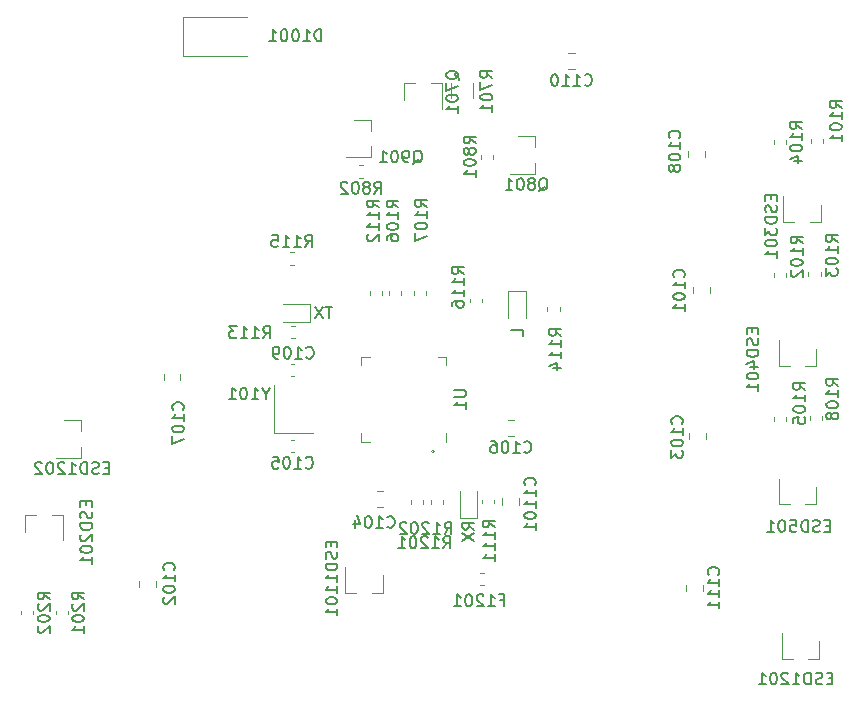
<source format=gbo>
G04 #@! TF.GenerationSoftware,KiCad,Pcbnew,5.1.7-a382d34a8~87~ubuntu20.04.1*
G04 #@! TF.CreationDate,2020-11-13T16:05:12-05:00*
G04 #@! TF.ProjectId,atmega32u4_hub_pcb_1_3,61746d65-6761-4333-9275-345f6875625f,1.3*
G04 #@! TF.SameCoordinates,Original*
G04 #@! TF.FileFunction,Legend,Bot*
G04 #@! TF.FilePolarity,Positive*
%FSLAX46Y46*%
G04 Gerber Fmt 4.6, Leading zero omitted, Abs format (unit mm)*
G04 Created by KiCad (PCBNEW 5.1.7-a382d34a8~87~ubuntu20.04.1) date 2020-11-13 16:05:12*
%MOMM*%
%LPD*%
G01*
G04 APERTURE LIST*
%ADD10C,0.120000*%
%ADD11C,0.150000*%
G04 APERTURE END LIST*
D10*
X145603321Y-109804200D02*
G75*
G03*
X145603321Y-109804200I-35921J0D01*
G01*
X145696915Y-109804200D02*
G75*
G03*
X145696915Y-109804200I-129515J0D01*
G01*
X146677400Y-108269600D02*
X146677400Y-108994600D01*
X139457400Y-101774600D02*
X140182400Y-101774600D01*
X139457400Y-102499600D02*
X139457400Y-101774600D01*
X139457400Y-108994600D02*
X140182400Y-108994600D01*
X139457400Y-108269600D02*
X139457400Y-108994600D01*
X146677400Y-101774600D02*
X145952400Y-101774600D01*
X146677400Y-102499600D02*
X146677400Y-101774600D01*
X139308621Y-86616000D02*
X139634179Y-86616000D01*
X139308621Y-85596000D02*
X139634179Y-85596000D01*
X111711200Y-123606779D02*
X111711200Y-123281221D01*
X110691200Y-123606779D02*
X110691200Y-123281221D01*
X114632200Y-123606779D02*
X114632200Y-123281221D01*
X113612200Y-123606779D02*
X113612200Y-123281221D01*
X178564000Y-83677979D02*
X178564000Y-83352421D01*
X177544000Y-83677979D02*
X177544000Y-83352421D01*
X115771200Y-107182800D02*
X115771200Y-108112800D01*
X115771200Y-110342800D02*
X115771200Y-109412800D01*
X115771200Y-110342800D02*
X113611200Y-110342800D01*
X115771200Y-107182800D02*
X114311200Y-107182800D01*
X168400800Y-121619778D02*
X168400800Y-121102622D01*
X166980800Y-121619778D02*
X166980800Y-121102622D01*
X178262400Y-127353600D02*
X177332400Y-127353600D01*
X175102400Y-127353600D02*
X176032400Y-127353600D01*
X175102400Y-127353600D02*
X175102400Y-125193600D01*
X178262400Y-127353600D02*
X178262400Y-125893600D01*
X157018222Y-77468800D02*
X157535378Y-77468800D01*
X157018222Y-76048800D02*
X157535378Y-76048800D01*
X140307600Y-81732000D02*
X140307600Y-82662000D01*
X140307600Y-84892000D02*
X140307600Y-83962000D01*
X140307600Y-84892000D02*
X138147600Y-84892000D01*
X140307600Y-81732000D02*
X138847600Y-81732000D01*
X154226800Y-83129000D02*
X154226800Y-84059000D01*
X154226800Y-86289000D02*
X154226800Y-85359000D01*
X154226800Y-86289000D02*
X152066800Y-86289000D01*
X154226800Y-83129000D02*
X152766800Y-83129000D01*
X143136500Y-78615000D02*
X144066500Y-78615000D01*
X146296500Y-78615000D02*
X145366500Y-78615000D01*
X146296500Y-78615000D02*
X146296500Y-80775000D01*
X143136500Y-78615000D02*
X143136500Y-80075000D01*
X147108500Y-78645936D02*
X147108500Y-79850064D01*
X148928500Y-78645936D02*
X148928500Y-79850064D01*
X135355600Y-108222800D02*
X132055600Y-108222800D01*
X132055600Y-108222800D02*
X132055600Y-104222800D01*
X145413000Y-113946721D02*
X145413000Y-114272279D01*
X146433000Y-113946721D02*
X146433000Y-114272279D01*
X143698500Y-113946721D02*
X143698500Y-114272279D01*
X144718500Y-113946721D02*
X144718500Y-114272279D01*
X149709600Y-97190779D02*
X149709600Y-96865221D01*
X148689600Y-97190779D02*
X148689600Y-96865221D01*
X133766779Y-92962000D02*
X133441221Y-92962000D01*
X133766779Y-93982000D02*
X133441221Y-93982000D01*
X155242800Y-97576421D02*
X155242800Y-97901979D01*
X156262800Y-97576421D02*
X156262800Y-97901979D01*
X133830279Y-99185000D02*
X133504721Y-99185000D01*
X133830279Y-100205000D02*
X133504721Y-100205000D01*
X150725600Y-114208779D02*
X150725600Y-113883221D01*
X149705600Y-114208779D02*
X149705600Y-113883221D01*
X149832279Y-120114600D02*
X149506721Y-120114600D01*
X149832279Y-121134600D02*
X149506721Y-121134600D01*
X141280000Y-121765600D02*
X140350000Y-121765600D01*
X138120000Y-121765600D02*
X139050000Y-121765600D01*
X138120000Y-121765600D02*
X138120000Y-119605600D01*
X141280000Y-121765600D02*
X141280000Y-120305600D01*
X178008400Y-114298000D02*
X177078400Y-114298000D01*
X174848400Y-114298000D02*
X175778400Y-114298000D01*
X174848400Y-114298000D02*
X174848400Y-112138000D01*
X178008400Y-114298000D02*
X178008400Y-112838000D01*
X178008400Y-102563200D02*
X177078400Y-102563200D01*
X174848400Y-102563200D02*
X175778400Y-102563200D01*
X174848400Y-102563200D02*
X174848400Y-100403200D01*
X178008400Y-102563200D02*
X178008400Y-101103200D01*
X178364000Y-90371200D02*
X177434000Y-90371200D01*
X175204000Y-90371200D02*
X176134000Y-90371200D01*
X175204000Y-90371200D02*
X175204000Y-88211200D01*
X178364000Y-90371200D02*
X178364000Y-88911200D01*
X111043600Y-115165600D02*
X111973600Y-115165600D01*
X114203600Y-115165600D02*
X113273600Y-115165600D01*
X114203600Y-115165600D02*
X114203600Y-117325600D01*
X111043600Y-115165600D02*
X111043600Y-116625600D01*
X151919000Y-98539200D02*
X151919000Y-96254200D01*
X151919000Y-96254200D02*
X153389000Y-96254200D01*
X153389000Y-96254200D02*
X153389000Y-98539200D01*
X132854800Y-97359800D02*
X135139800Y-97359800D01*
X135139800Y-97359800D02*
X135139800Y-98829800D01*
X135139800Y-98829800D02*
X132854800Y-98829800D01*
X147804200Y-115480200D02*
X147804200Y-113195200D01*
X149274200Y-115480200D02*
X147804200Y-115480200D01*
X149274200Y-113195200D02*
X149274200Y-115480200D01*
X151385200Y-113787422D02*
X151385200Y-114304578D01*
X152805200Y-113787422D02*
X152805200Y-114304578D01*
X133817579Y-102410800D02*
X133492021Y-102410800D01*
X133817579Y-103430800D02*
X133492021Y-103430800D01*
X168553200Y-84891378D02*
X168553200Y-84374222D01*
X167133200Y-84891378D02*
X167133200Y-84374222D01*
X122734000Y-103271822D02*
X122734000Y-103788978D01*
X124154000Y-103271822D02*
X124154000Y-103788978D01*
X151887422Y-108533000D02*
X152404578Y-108533000D01*
X151887422Y-107113000D02*
X152404578Y-107113000D01*
X133492021Y-109882400D02*
X133817579Y-109882400D01*
X133492021Y-108862400D02*
X133817579Y-108862400D01*
X141330178Y-113132800D02*
X140813022Y-113132800D01*
X141330178Y-114552800D02*
X140813022Y-114552800D01*
X168642100Y-108792778D02*
X168642100Y-108275622D01*
X167222100Y-108792778D02*
X167222100Y-108275622D01*
X120651200Y-120747022D02*
X120651200Y-121264178D01*
X122071200Y-120747022D02*
X122071200Y-121264178D01*
X168972300Y-96384878D02*
X168972300Y-95867722D01*
X167552300Y-96384878D02*
X167552300Y-95867722D01*
X178462400Y-107147579D02*
X178462400Y-106822021D01*
X177442400Y-107147579D02*
X177442400Y-106822021D01*
X143952500Y-96230221D02*
X143952500Y-96555779D01*
X144972500Y-96230221D02*
X144972500Y-96555779D01*
X141793500Y-96230221D02*
X141793500Y-96555779D01*
X142813500Y-96230221D02*
X142813500Y-96555779D01*
X175465200Y-107198379D02*
X175465200Y-106872821D01*
X174445200Y-107198379D02*
X174445200Y-106872821D01*
X178360800Y-94955579D02*
X178360800Y-94630021D01*
X177340800Y-94955579D02*
X177340800Y-94630021D01*
X175414400Y-95006379D02*
X175414400Y-94680821D01*
X174394400Y-95006379D02*
X174394400Y-94680821D01*
X150611300Y-85062279D02*
X150611300Y-84736721D01*
X149591300Y-85062279D02*
X149591300Y-84736721D01*
X140206000Y-96230221D02*
X140206000Y-96555779D01*
X141226000Y-96230221D02*
X141226000Y-96555779D01*
X175414400Y-83779579D02*
X175414400Y-83454021D01*
X174394400Y-83779579D02*
X174394400Y-83454021D01*
X124425500Y-76326000D02*
X124425500Y-73026000D01*
X124425500Y-73026000D02*
X129825500Y-73026000D01*
X124425500Y-76326000D02*
X129825500Y-76326000D01*
D11*
X147339780Y-104622695D02*
X148149304Y-104622695D01*
X148244542Y-104670314D01*
X148292161Y-104717933D01*
X148339780Y-104813171D01*
X148339780Y-105003647D01*
X148292161Y-105098885D01*
X148244542Y-105146504D01*
X148149304Y-105194123D01*
X147339780Y-105194123D01*
X148339780Y-106194123D02*
X148339780Y-105622695D01*
X148339780Y-105908409D02*
X147339780Y-105908409D01*
X147482638Y-105813171D01*
X147577876Y-105717933D01*
X147625495Y-105622695D01*
X140590447Y-87988380D02*
X140923780Y-87512190D01*
X141161876Y-87988380D02*
X141161876Y-86988380D01*
X140780923Y-86988380D01*
X140685685Y-87036000D01*
X140638066Y-87083619D01*
X140590447Y-87178857D01*
X140590447Y-87321714D01*
X140638066Y-87416952D01*
X140685685Y-87464571D01*
X140780923Y-87512190D01*
X141161876Y-87512190D01*
X140019019Y-87416952D02*
X140114257Y-87369333D01*
X140161876Y-87321714D01*
X140209495Y-87226476D01*
X140209495Y-87178857D01*
X140161876Y-87083619D01*
X140114257Y-87036000D01*
X140019019Y-86988380D01*
X139828542Y-86988380D01*
X139733304Y-87036000D01*
X139685685Y-87083619D01*
X139638066Y-87178857D01*
X139638066Y-87226476D01*
X139685685Y-87321714D01*
X139733304Y-87369333D01*
X139828542Y-87416952D01*
X140019019Y-87416952D01*
X140114257Y-87464571D01*
X140161876Y-87512190D01*
X140209495Y-87607428D01*
X140209495Y-87797904D01*
X140161876Y-87893142D01*
X140114257Y-87940761D01*
X140019019Y-87988380D01*
X139828542Y-87988380D01*
X139733304Y-87940761D01*
X139685685Y-87893142D01*
X139638066Y-87797904D01*
X139638066Y-87607428D01*
X139685685Y-87512190D01*
X139733304Y-87464571D01*
X139828542Y-87416952D01*
X139019019Y-86988380D02*
X138923780Y-86988380D01*
X138828542Y-87036000D01*
X138780923Y-87083619D01*
X138733304Y-87178857D01*
X138685685Y-87369333D01*
X138685685Y-87607428D01*
X138733304Y-87797904D01*
X138780923Y-87893142D01*
X138828542Y-87940761D01*
X138923780Y-87988380D01*
X139019019Y-87988380D01*
X139114257Y-87940761D01*
X139161876Y-87893142D01*
X139209495Y-87797904D01*
X139257114Y-87607428D01*
X139257114Y-87369333D01*
X139209495Y-87178857D01*
X139161876Y-87083619D01*
X139114257Y-87036000D01*
X139019019Y-86988380D01*
X138304733Y-87083619D02*
X138257114Y-87036000D01*
X138161876Y-86988380D01*
X137923780Y-86988380D01*
X137828542Y-87036000D01*
X137780923Y-87083619D01*
X137733304Y-87178857D01*
X137733304Y-87274095D01*
X137780923Y-87416952D01*
X138352352Y-87988380D01*
X137733304Y-87988380D01*
X113083580Y-122324952D02*
X112607390Y-121991619D01*
X113083580Y-121753523D02*
X112083580Y-121753523D01*
X112083580Y-122134476D01*
X112131200Y-122229714D01*
X112178819Y-122277333D01*
X112274057Y-122324952D01*
X112416914Y-122324952D01*
X112512152Y-122277333D01*
X112559771Y-122229714D01*
X112607390Y-122134476D01*
X112607390Y-121753523D01*
X112178819Y-122705904D02*
X112131200Y-122753523D01*
X112083580Y-122848761D01*
X112083580Y-123086857D01*
X112131200Y-123182095D01*
X112178819Y-123229714D01*
X112274057Y-123277333D01*
X112369295Y-123277333D01*
X112512152Y-123229714D01*
X113083580Y-122658285D01*
X113083580Y-123277333D01*
X112083580Y-123896380D02*
X112083580Y-123991619D01*
X112131200Y-124086857D01*
X112178819Y-124134476D01*
X112274057Y-124182095D01*
X112464533Y-124229714D01*
X112702628Y-124229714D01*
X112893104Y-124182095D01*
X112988342Y-124134476D01*
X113035961Y-124086857D01*
X113083580Y-123991619D01*
X113083580Y-123896380D01*
X113035961Y-123801142D01*
X112988342Y-123753523D01*
X112893104Y-123705904D01*
X112702628Y-123658285D01*
X112464533Y-123658285D01*
X112274057Y-123705904D01*
X112178819Y-123753523D01*
X112131200Y-123801142D01*
X112083580Y-123896380D01*
X112178819Y-124610666D02*
X112131200Y-124658285D01*
X112083580Y-124753523D01*
X112083580Y-124991619D01*
X112131200Y-125086857D01*
X112178819Y-125134476D01*
X112274057Y-125182095D01*
X112369295Y-125182095D01*
X112512152Y-125134476D01*
X113083580Y-124563047D01*
X113083580Y-125182095D01*
X116004580Y-122324952D02*
X115528390Y-121991619D01*
X116004580Y-121753523D02*
X115004580Y-121753523D01*
X115004580Y-122134476D01*
X115052200Y-122229714D01*
X115099819Y-122277333D01*
X115195057Y-122324952D01*
X115337914Y-122324952D01*
X115433152Y-122277333D01*
X115480771Y-122229714D01*
X115528390Y-122134476D01*
X115528390Y-121753523D01*
X115099819Y-122705904D02*
X115052200Y-122753523D01*
X115004580Y-122848761D01*
X115004580Y-123086857D01*
X115052200Y-123182095D01*
X115099819Y-123229714D01*
X115195057Y-123277333D01*
X115290295Y-123277333D01*
X115433152Y-123229714D01*
X116004580Y-122658285D01*
X116004580Y-123277333D01*
X115004580Y-123896380D02*
X115004580Y-123991619D01*
X115052200Y-124086857D01*
X115099819Y-124134476D01*
X115195057Y-124182095D01*
X115385533Y-124229714D01*
X115623628Y-124229714D01*
X115814104Y-124182095D01*
X115909342Y-124134476D01*
X115956961Y-124086857D01*
X116004580Y-123991619D01*
X116004580Y-123896380D01*
X115956961Y-123801142D01*
X115909342Y-123753523D01*
X115814104Y-123705904D01*
X115623628Y-123658285D01*
X115385533Y-123658285D01*
X115195057Y-123705904D01*
X115099819Y-123753523D01*
X115052200Y-123801142D01*
X115004580Y-123896380D01*
X116004580Y-125182095D02*
X116004580Y-124610666D01*
X116004580Y-124896380D02*
X115004580Y-124896380D01*
X115147438Y-124801142D01*
X115242676Y-124705904D01*
X115290295Y-124610666D01*
X180157380Y-80707052D02*
X179681190Y-80373719D01*
X180157380Y-80135623D02*
X179157380Y-80135623D01*
X179157380Y-80516576D01*
X179205000Y-80611814D01*
X179252619Y-80659433D01*
X179347857Y-80707052D01*
X179490714Y-80707052D01*
X179585952Y-80659433D01*
X179633571Y-80611814D01*
X179681190Y-80516576D01*
X179681190Y-80135623D01*
X180157380Y-81659433D02*
X180157380Y-81088004D01*
X180157380Y-81373719D02*
X179157380Y-81373719D01*
X179300238Y-81278480D01*
X179395476Y-81183242D01*
X179443095Y-81088004D01*
X179157380Y-82278480D02*
X179157380Y-82373719D01*
X179205000Y-82468957D01*
X179252619Y-82516576D01*
X179347857Y-82564195D01*
X179538333Y-82611814D01*
X179776428Y-82611814D01*
X179966904Y-82564195D01*
X180062142Y-82516576D01*
X180109761Y-82468957D01*
X180157380Y-82373719D01*
X180157380Y-82278480D01*
X180109761Y-82183242D01*
X180062142Y-82135623D01*
X179966904Y-82088004D01*
X179776428Y-82040385D01*
X179538333Y-82040385D01*
X179347857Y-82088004D01*
X179252619Y-82135623D01*
X179205000Y-82183242D01*
X179157380Y-82278480D01*
X180157380Y-83564195D02*
X180157380Y-82992766D01*
X180157380Y-83278480D02*
X179157380Y-83278480D01*
X179300238Y-83183242D01*
X179395476Y-83088004D01*
X179443095Y-82992766D01*
X118106438Y-111191371D02*
X117773104Y-111191371D01*
X117630247Y-111715180D02*
X118106438Y-111715180D01*
X118106438Y-110715180D01*
X117630247Y-110715180D01*
X117249295Y-111667561D02*
X117106438Y-111715180D01*
X116868342Y-111715180D01*
X116773104Y-111667561D01*
X116725485Y-111619942D01*
X116677866Y-111524704D01*
X116677866Y-111429466D01*
X116725485Y-111334228D01*
X116773104Y-111286609D01*
X116868342Y-111238990D01*
X117058819Y-111191371D01*
X117154057Y-111143752D01*
X117201676Y-111096133D01*
X117249295Y-111000895D01*
X117249295Y-110905657D01*
X117201676Y-110810419D01*
X117154057Y-110762800D01*
X117058819Y-110715180D01*
X116820723Y-110715180D01*
X116677866Y-110762800D01*
X116249295Y-111715180D02*
X116249295Y-110715180D01*
X116011200Y-110715180D01*
X115868342Y-110762800D01*
X115773104Y-110858038D01*
X115725485Y-110953276D01*
X115677866Y-111143752D01*
X115677866Y-111286609D01*
X115725485Y-111477085D01*
X115773104Y-111572323D01*
X115868342Y-111667561D01*
X116011200Y-111715180D01*
X116249295Y-111715180D01*
X114725485Y-111715180D02*
X115296914Y-111715180D01*
X115011200Y-111715180D02*
X115011200Y-110715180D01*
X115106438Y-110858038D01*
X115201676Y-110953276D01*
X115296914Y-111000895D01*
X114344533Y-110810419D02*
X114296914Y-110762800D01*
X114201676Y-110715180D01*
X113963580Y-110715180D01*
X113868342Y-110762800D01*
X113820723Y-110810419D01*
X113773104Y-110905657D01*
X113773104Y-111000895D01*
X113820723Y-111143752D01*
X114392152Y-111715180D01*
X113773104Y-111715180D01*
X113154057Y-110715180D02*
X113058819Y-110715180D01*
X112963580Y-110762800D01*
X112915961Y-110810419D01*
X112868342Y-110905657D01*
X112820723Y-111096133D01*
X112820723Y-111334228D01*
X112868342Y-111524704D01*
X112915961Y-111619942D01*
X112963580Y-111667561D01*
X113058819Y-111715180D01*
X113154057Y-111715180D01*
X113249295Y-111667561D01*
X113296914Y-111619942D01*
X113344533Y-111524704D01*
X113392152Y-111334228D01*
X113392152Y-111096133D01*
X113344533Y-110905657D01*
X113296914Y-110810419D01*
X113249295Y-110762800D01*
X113154057Y-110715180D01*
X112439771Y-110810419D02*
X112392152Y-110762800D01*
X112296914Y-110715180D01*
X112058819Y-110715180D01*
X111963580Y-110762800D01*
X111915961Y-110810419D01*
X111868342Y-110905657D01*
X111868342Y-111000895D01*
X111915961Y-111143752D01*
X112487390Y-111715180D01*
X111868342Y-111715180D01*
X169697942Y-120242152D02*
X169745561Y-120194533D01*
X169793180Y-120051676D01*
X169793180Y-119956438D01*
X169745561Y-119813580D01*
X169650323Y-119718342D01*
X169555085Y-119670723D01*
X169364609Y-119623104D01*
X169221752Y-119623104D01*
X169031276Y-119670723D01*
X168936038Y-119718342D01*
X168840800Y-119813580D01*
X168793180Y-119956438D01*
X168793180Y-120051676D01*
X168840800Y-120194533D01*
X168888419Y-120242152D01*
X169793180Y-121194533D02*
X169793180Y-120623104D01*
X169793180Y-120908819D02*
X168793180Y-120908819D01*
X168936038Y-120813580D01*
X169031276Y-120718342D01*
X169078895Y-120623104D01*
X169793180Y-122146914D02*
X169793180Y-121575485D01*
X169793180Y-121861200D02*
X168793180Y-121861200D01*
X168936038Y-121765961D01*
X169031276Y-121670723D01*
X169078895Y-121575485D01*
X169793180Y-123099295D02*
X169793180Y-122527866D01*
X169793180Y-122813580D02*
X168793180Y-122813580D01*
X168936038Y-122718342D01*
X169031276Y-122623104D01*
X169078895Y-122527866D01*
X179371238Y-129008071D02*
X179037904Y-129008071D01*
X178895047Y-129531880D02*
X179371238Y-129531880D01*
X179371238Y-128531880D01*
X178895047Y-128531880D01*
X178514095Y-129484261D02*
X178371238Y-129531880D01*
X178133142Y-129531880D01*
X178037904Y-129484261D01*
X177990285Y-129436642D01*
X177942666Y-129341404D01*
X177942666Y-129246166D01*
X177990285Y-129150928D01*
X178037904Y-129103309D01*
X178133142Y-129055690D01*
X178323619Y-129008071D01*
X178418857Y-128960452D01*
X178466476Y-128912833D01*
X178514095Y-128817595D01*
X178514095Y-128722357D01*
X178466476Y-128627119D01*
X178418857Y-128579500D01*
X178323619Y-128531880D01*
X178085523Y-128531880D01*
X177942666Y-128579500D01*
X177514095Y-129531880D02*
X177514095Y-128531880D01*
X177276000Y-128531880D01*
X177133142Y-128579500D01*
X177037904Y-128674738D01*
X176990285Y-128769976D01*
X176942666Y-128960452D01*
X176942666Y-129103309D01*
X176990285Y-129293785D01*
X177037904Y-129389023D01*
X177133142Y-129484261D01*
X177276000Y-129531880D01*
X177514095Y-129531880D01*
X175990285Y-129531880D02*
X176561714Y-129531880D01*
X176276000Y-129531880D02*
X176276000Y-128531880D01*
X176371238Y-128674738D01*
X176466476Y-128769976D01*
X176561714Y-128817595D01*
X175609333Y-128627119D02*
X175561714Y-128579500D01*
X175466476Y-128531880D01*
X175228380Y-128531880D01*
X175133142Y-128579500D01*
X175085523Y-128627119D01*
X175037904Y-128722357D01*
X175037904Y-128817595D01*
X175085523Y-128960452D01*
X175656952Y-129531880D01*
X175037904Y-129531880D01*
X174418857Y-128531880D02*
X174323619Y-128531880D01*
X174228380Y-128579500D01*
X174180761Y-128627119D01*
X174133142Y-128722357D01*
X174085523Y-128912833D01*
X174085523Y-129150928D01*
X174133142Y-129341404D01*
X174180761Y-129436642D01*
X174228380Y-129484261D01*
X174323619Y-129531880D01*
X174418857Y-129531880D01*
X174514095Y-129484261D01*
X174561714Y-129436642D01*
X174609333Y-129341404D01*
X174656952Y-129150928D01*
X174656952Y-128912833D01*
X174609333Y-128722357D01*
X174561714Y-128627119D01*
X174514095Y-128579500D01*
X174418857Y-128531880D01*
X173133142Y-129531880D02*
X173704571Y-129531880D01*
X173418857Y-129531880D02*
X173418857Y-128531880D01*
X173514095Y-128674738D01*
X173609333Y-128769976D01*
X173704571Y-128817595D01*
X158395847Y-78765942D02*
X158443466Y-78813561D01*
X158586323Y-78861180D01*
X158681561Y-78861180D01*
X158824419Y-78813561D01*
X158919657Y-78718323D01*
X158967276Y-78623085D01*
X159014895Y-78432609D01*
X159014895Y-78289752D01*
X158967276Y-78099276D01*
X158919657Y-78004038D01*
X158824419Y-77908800D01*
X158681561Y-77861180D01*
X158586323Y-77861180D01*
X158443466Y-77908800D01*
X158395847Y-77956419D01*
X157443466Y-78861180D02*
X158014895Y-78861180D01*
X157729180Y-78861180D02*
X157729180Y-77861180D01*
X157824419Y-78004038D01*
X157919657Y-78099276D01*
X158014895Y-78146895D01*
X156491085Y-78861180D02*
X157062514Y-78861180D01*
X156776800Y-78861180D02*
X156776800Y-77861180D01*
X156872038Y-78004038D01*
X156967276Y-78099276D01*
X157062514Y-78146895D01*
X155872038Y-77861180D02*
X155776800Y-77861180D01*
X155681561Y-77908800D01*
X155633942Y-77956419D01*
X155586323Y-78051657D01*
X155538704Y-78242133D01*
X155538704Y-78480228D01*
X155586323Y-78670704D01*
X155633942Y-78765942D01*
X155681561Y-78813561D01*
X155776800Y-78861180D01*
X155872038Y-78861180D01*
X155967276Y-78813561D01*
X156014895Y-78765942D01*
X156062514Y-78670704D01*
X156110133Y-78480228D01*
X156110133Y-78242133D01*
X156062514Y-78051657D01*
X156014895Y-77956419D01*
X155967276Y-77908800D01*
X155872038Y-77861180D01*
X143871819Y-85434419D02*
X143967057Y-85386800D01*
X144062295Y-85291561D01*
X144205152Y-85148704D01*
X144300390Y-85101085D01*
X144395628Y-85101085D01*
X144348009Y-85339180D02*
X144443247Y-85291561D01*
X144538485Y-85196323D01*
X144586104Y-85005847D01*
X144586104Y-84672514D01*
X144538485Y-84482038D01*
X144443247Y-84386800D01*
X144348009Y-84339180D01*
X144157533Y-84339180D01*
X144062295Y-84386800D01*
X143967057Y-84482038D01*
X143919438Y-84672514D01*
X143919438Y-85005847D01*
X143967057Y-85196323D01*
X144062295Y-85291561D01*
X144157533Y-85339180D01*
X144348009Y-85339180D01*
X143443247Y-85339180D02*
X143252771Y-85339180D01*
X143157533Y-85291561D01*
X143109914Y-85243942D01*
X143014676Y-85101085D01*
X142967057Y-84910609D01*
X142967057Y-84529657D01*
X143014676Y-84434419D01*
X143062295Y-84386800D01*
X143157533Y-84339180D01*
X143348009Y-84339180D01*
X143443247Y-84386800D01*
X143490866Y-84434419D01*
X143538485Y-84529657D01*
X143538485Y-84767752D01*
X143490866Y-84862990D01*
X143443247Y-84910609D01*
X143348009Y-84958228D01*
X143157533Y-84958228D01*
X143062295Y-84910609D01*
X143014676Y-84862990D01*
X142967057Y-84767752D01*
X142348009Y-84339180D02*
X142252771Y-84339180D01*
X142157533Y-84386800D01*
X142109914Y-84434419D01*
X142062295Y-84529657D01*
X142014676Y-84720133D01*
X142014676Y-84958228D01*
X142062295Y-85148704D01*
X142109914Y-85243942D01*
X142157533Y-85291561D01*
X142252771Y-85339180D01*
X142348009Y-85339180D01*
X142443247Y-85291561D01*
X142490866Y-85243942D01*
X142538485Y-85148704D01*
X142586104Y-84958228D01*
X142586104Y-84720133D01*
X142538485Y-84529657D01*
X142490866Y-84434419D01*
X142443247Y-84386800D01*
X142348009Y-84339180D01*
X141062295Y-85339180D02*
X141633723Y-85339180D01*
X141348009Y-85339180D02*
X141348009Y-84339180D01*
X141443247Y-84482038D01*
X141538485Y-84577276D01*
X141633723Y-84624895D01*
X154514419Y-87756619D02*
X154609657Y-87709000D01*
X154704895Y-87613761D01*
X154847752Y-87470904D01*
X154942990Y-87423285D01*
X155038228Y-87423285D01*
X154990609Y-87661380D02*
X155085847Y-87613761D01*
X155181085Y-87518523D01*
X155228704Y-87328047D01*
X155228704Y-86994714D01*
X155181085Y-86804238D01*
X155085847Y-86709000D01*
X154990609Y-86661380D01*
X154800133Y-86661380D01*
X154704895Y-86709000D01*
X154609657Y-86804238D01*
X154562038Y-86994714D01*
X154562038Y-87328047D01*
X154609657Y-87518523D01*
X154704895Y-87613761D01*
X154800133Y-87661380D01*
X154990609Y-87661380D01*
X153990609Y-87089952D02*
X154085847Y-87042333D01*
X154133466Y-86994714D01*
X154181085Y-86899476D01*
X154181085Y-86851857D01*
X154133466Y-86756619D01*
X154085847Y-86709000D01*
X153990609Y-86661380D01*
X153800133Y-86661380D01*
X153704895Y-86709000D01*
X153657276Y-86756619D01*
X153609657Y-86851857D01*
X153609657Y-86899476D01*
X153657276Y-86994714D01*
X153704895Y-87042333D01*
X153800133Y-87089952D01*
X153990609Y-87089952D01*
X154085847Y-87137571D01*
X154133466Y-87185190D01*
X154181085Y-87280428D01*
X154181085Y-87470904D01*
X154133466Y-87566142D01*
X154085847Y-87613761D01*
X153990609Y-87661380D01*
X153800133Y-87661380D01*
X153704895Y-87613761D01*
X153657276Y-87566142D01*
X153609657Y-87470904D01*
X153609657Y-87280428D01*
X153657276Y-87185190D01*
X153704895Y-87137571D01*
X153800133Y-87089952D01*
X152990609Y-86661380D02*
X152895371Y-86661380D01*
X152800133Y-86709000D01*
X152752514Y-86756619D01*
X152704895Y-86851857D01*
X152657276Y-87042333D01*
X152657276Y-87280428D01*
X152704895Y-87470904D01*
X152752514Y-87566142D01*
X152800133Y-87613761D01*
X152895371Y-87661380D01*
X152990609Y-87661380D01*
X153085847Y-87613761D01*
X153133466Y-87566142D01*
X153181085Y-87470904D01*
X153228704Y-87280428D01*
X153228704Y-87042333D01*
X153181085Y-86851857D01*
X153133466Y-86756619D01*
X153085847Y-86709000D01*
X152990609Y-86661380D01*
X151704895Y-87661380D02*
X152276323Y-87661380D01*
X151990609Y-87661380D02*
X151990609Y-86661380D01*
X152085847Y-86804238D01*
X152181085Y-86899476D01*
X152276323Y-86947095D01*
X147764119Y-78327380D02*
X147716500Y-78232142D01*
X147621261Y-78136904D01*
X147478404Y-77994047D01*
X147430785Y-77898809D01*
X147430785Y-77803571D01*
X147668880Y-77851190D02*
X147621261Y-77755952D01*
X147526023Y-77660714D01*
X147335547Y-77613095D01*
X147002214Y-77613095D01*
X146811738Y-77660714D01*
X146716500Y-77755952D01*
X146668880Y-77851190D01*
X146668880Y-78041666D01*
X146716500Y-78136904D01*
X146811738Y-78232142D01*
X147002214Y-78279761D01*
X147335547Y-78279761D01*
X147526023Y-78232142D01*
X147621261Y-78136904D01*
X147668880Y-78041666D01*
X147668880Y-77851190D01*
X146668880Y-78613095D02*
X146668880Y-79279761D01*
X147668880Y-78851190D01*
X146668880Y-79851190D02*
X146668880Y-79946428D01*
X146716500Y-80041666D01*
X146764119Y-80089285D01*
X146859357Y-80136904D01*
X147049833Y-80184523D01*
X147287928Y-80184523D01*
X147478404Y-80136904D01*
X147573642Y-80089285D01*
X147621261Y-80041666D01*
X147668880Y-79946428D01*
X147668880Y-79851190D01*
X147621261Y-79755952D01*
X147573642Y-79708333D01*
X147478404Y-79660714D01*
X147287928Y-79613095D01*
X147049833Y-79613095D01*
X146859357Y-79660714D01*
X146764119Y-79708333D01*
X146716500Y-79755952D01*
X146668880Y-79851190D01*
X147668880Y-81136904D02*
X147668880Y-80565476D01*
X147668880Y-80851190D02*
X146668880Y-80851190D01*
X146811738Y-80755952D01*
X146906976Y-80660714D01*
X146954595Y-80565476D01*
X150566380Y-78179752D02*
X150090190Y-77846419D01*
X150566380Y-77608323D02*
X149566380Y-77608323D01*
X149566380Y-77989276D01*
X149614000Y-78084514D01*
X149661619Y-78132133D01*
X149756857Y-78179752D01*
X149899714Y-78179752D01*
X149994952Y-78132133D01*
X150042571Y-78084514D01*
X150090190Y-77989276D01*
X150090190Y-77608323D01*
X149566380Y-78513085D02*
X149566380Y-79179752D01*
X150566380Y-78751180D01*
X149566380Y-79751180D02*
X149566380Y-79846419D01*
X149614000Y-79941657D01*
X149661619Y-79989276D01*
X149756857Y-80036895D01*
X149947333Y-80084514D01*
X150185428Y-80084514D01*
X150375904Y-80036895D01*
X150471142Y-79989276D01*
X150518761Y-79941657D01*
X150566380Y-79846419D01*
X150566380Y-79751180D01*
X150518761Y-79655942D01*
X150471142Y-79608323D01*
X150375904Y-79560704D01*
X150185428Y-79513085D01*
X149947333Y-79513085D01*
X149756857Y-79560704D01*
X149661619Y-79608323D01*
X149614000Y-79655942D01*
X149566380Y-79751180D01*
X150566380Y-81036895D02*
X150566380Y-80465466D01*
X150566380Y-80751180D02*
X149566380Y-80751180D01*
X149709238Y-80655942D01*
X149804476Y-80560704D01*
X149852095Y-80465466D01*
X131374971Y-104928990D02*
X131374971Y-105405180D01*
X131708304Y-104405180D02*
X131374971Y-104928990D01*
X131041638Y-104405180D01*
X130184495Y-105405180D02*
X130755923Y-105405180D01*
X130470209Y-105405180D02*
X130470209Y-104405180D01*
X130565447Y-104548038D01*
X130660685Y-104643276D01*
X130755923Y-104690895D01*
X129565447Y-104405180D02*
X129470209Y-104405180D01*
X129374971Y-104452800D01*
X129327352Y-104500419D01*
X129279733Y-104595657D01*
X129232114Y-104786133D01*
X129232114Y-105024228D01*
X129279733Y-105214704D01*
X129327352Y-105309942D01*
X129374971Y-105357561D01*
X129470209Y-105405180D01*
X129565447Y-105405180D01*
X129660685Y-105357561D01*
X129708304Y-105309942D01*
X129755923Y-105214704D01*
X129803542Y-105024228D01*
X129803542Y-104786133D01*
X129755923Y-104595657D01*
X129708304Y-104500419D01*
X129660685Y-104452800D01*
X129565447Y-104405180D01*
X128279733Y-105405180D02*
X128851161Y-105405180D01*
X128565447Y-105405180D02*
X128565447Y-104405180D01*
X128660685Y-104548038D01*
X128755923Y-104643276D01*
X128851161Y-104690895D01*
X146527638Y-116784380D02*
X146860971Y-116308190D01*
X147099066Y-116784380D02*
X147099066Y-115784380D01*
X146718114Y-115784380D01*
X146622876Y-115832000D01*
X146575257Y-115879619D01*
X146527638Y-115974857D01*
X146527638Y-116117714D01*
X146575257Y-116212952D01*
X146622876Y-116260571D01*
X146718114Y-116308190D01*
X147099066Y-116308190D01*
X145575257Y-116784380D02*
X146146685Y-116784380D01*
X145860971Y-116784380D02*
X145860971Y-115784380D01*
X145956209Y-115927238D01*
X146051447Y-116022476D01*
X146146685Y-116070095D01*
X145194304Y-115879619D02*
X145146685Y-115832000D01*
X145051447Y-115784380D01*
X144813352Y-115784380D01*
X144718114Y-115832000D01*
X144670495Y-115879619D01*
X144622876Y-115974857D01*
X144622876Y-116070095D01*
X144670495Y-116212952D01*
X145241923Y-116784380D01*
X144622876Y-116784380D01*
X144003828Y-115784380D02*
X143908590Y-115784380D01*
X143813352Y-115832000D01*
X143765733Y-115879619D01*
X143718114Y-115974857D01*
X143670495Y-116165333D01*
X143670495Y-116403428D01*
X143718114Y-116593904D01*
X143765733Y-116689142D01*
X143813352Y-116736761D01*
X143908590Y-116784380D01*
X144003828Y-116784380D01*
X144099066Y-116736761D01*
X144146685Y-116689142D01*
X144194304Y-116593904D01*
X144241923Y-116403428D01*
X144241923Y-116165333D01*
X144194304Y-115974857D01*
X144146685Y-115879619D01*
X144099066Y-115832000D01*
X144003828Y-115784380D01*
X143289542Y-115879619D02*
X143241923Y-115832000D01*
X143146685Y-115784380D01*
X142908590Y-115784380D01*
X142813352Y-115832000D01*
X142765733Y-115879619D01*
X142718114Y-115974857D01*
X142718114Y-116070095D01*
X142765733Y-116212952D01*
X143337161Y-116784380D01*
X142718114Y-116784380D01*
X146426038Y-118003580D02*
X146759371Y-117527390D01*
X146997466Y-118003580D02*
X146997466Y-117003580D01*
X146616514Y-117003580D01*
X146521276Y-117051200D01*
X146473657Y-117098819D01*
X146426038Y-117194057D01*
X146426038Y-117336914D01*
X146473657Y-117432152D01*
X146521276Y-117479771D01*
X146616514Y-117527390D01*
X146997466Y-117527390D01*
X145473657Y-118003580D02*
X146045085Y-118003580D01*
X145759371Y-118003580D02*
X145759371Y-117003580D01*
X145854609Y-117146438D01*
X145949847Y-117241676D01*
X146045085Y-117289295D01*
X145092704Y-117098819D02*
X145045085Y-117051200D01*
X144949847Y-117003580D01*
X144711752Y-117003580D01*
X144616514Y-117051200D01*
X144568895Y-117098819D01*
X144521276Y-117194057D01*
X144521276Y-117289295D01*
X144568895Y-117432152D01*
X145140323Y-118003580D01*
X144521276Y-118003580D01*
X143902228Y-117003580D02*
X143806990Y-117003580D01*
X143711752Y-117051200D01*
X143664133Y-117098819D01*
X143616514Y-117194057D01*
X143568895Y-117384533D01*
X143568895Y-117622628D01*
X143616514Y-117813104D01*
X143664133Y-117908342D01*
X143711752Y-117955961D01*
X143806990Y-118003580D01*
X143902228Y-118003580D01*
X143997466Y-117955961D01*
X144045085Y-117908342D01*
X144092704Y-117813104D01*
X144140323Y-117622628D01*
X144140323Y-117384533D01*
X144092704Y-117194057D01*
X144045085Y-117098819D01*
X143997466Y-117051200D01*
X143902228Y-117003580D01*
X142616514Y-118003580D02*
X143187942Y-118003580D01*
X142902228Y-118003580D02*
X142902228Y-117003580D01*
X142997466Y-117146438D01*
X143092704Y-117241676D01*
X143187942Y-117289295D01*
X148153380Y-94765952D02*
X147677190Y-94432619D01*
X148153380Y-94194523D02*
X147153380Y-94194523D01*
X147153380Y-94575476D01*
X147201000Y-94670714D01*
X147248619Y-94718333D01*
X147343857Y-94765952D01*
X147486714Y-94765952D01*
X147581952Y-94718333D01*
X147629571Y-94670714D01*
X147677190Y-94575476D01*
X147677190Y-94194523D01*
X148153380Y-95718333D02*
X148153380Y-95146904D01*
X148153380Y-95432619D02*
X147153380Y-95432619D01*
X147296238Y-95337380D01*
X147391476Y-95242142D01*
X147439095Y-95146904D01*
X148153380Y-96670714D02*
X148153380Y-96099285D01*
X148153380Y-96385000D02*
X147153380Y-96385000D01*
X147296238Y-96289761D01*
X147391476Y-96194523D01*
X147439095Y-96099285D01*
X147153380Y-97527857D02*
X147153380Y-97337380D01*
X147201000Y-97242142D01*
X147248619Y-97194523D01*
X147391476Y-97099285D01*
X147581952Y-97051666D01*
X147962904Y-97051666D01*
X148058142Y-97099285D01*
X148105761Y-97146904D01*
X148153380Y-97242142D01*
X148153380Y-97432619D01*
X148105761Y-97527857D01*
X148058142Y-97575476D01*
X147962904Y-97623095D01*
X147724809Y-97623095D01*
X147629571Y-97575476D01*
X147581952Y-97527857D01*
X147534333Y-97432619D01*
X147534333Y-97242142D01*
X147581952Y-97146904D01*
X147629571Y-97099285D01*
X147724809Y-97051666D01*
X134723047Y-92494380D02*
X135056380Y-92018190D01*
X135294476Y-92494380D02*
X135294476Y-91494380D01*
X134913523Y-91494380D01*
X134818285Y-91542000D01*
X134770666Y-91589619D01*
X134723047Y-91684857D01*
X134723047Y-91827714D01*
X134770666Y-91922952D01*
X134818285Y-91970571D01*
X134913523Y-92018190D01*
X135294476Y-92018190D01*
X133770666Y-92494380D02*
X134342095Y-92494380D01*
X134056380Y-92494380D02*
X134056380Y-91494380D01*
X134151619Y-91637238D01*
X134246857Y-91732476D01*
X134342095Y-91780095D01*
X132818285Y-92494380D02*
X133389714Y-92494380D01*
X133104000Y-92494380D02*
X133104000Y-91494380D01*
X133199238Y-91637238D01*
X133294476Y-91732476D01*
X133389714Y-91780095D01*
X131913523Y-91494380D02*
X132389714Y-91494380D01*
X132437333Y-91970571D01*
X132389714Y-91922952D01*
X132294476Y-91875333D01*
X132056380Y-91875333D01*
X131961142Y-91922952D01*
X131913523Y-91970571D01*
X131865904Y-92065809D01*
X131865904Y-92303904D01*
X131913523Y-92399142D01*
X131961142Y-92446761D01*
X132056380Y-92494380D01*
X132294476Y-92494380D01*
X132389714Y-92446761D01*
X132437333Y-92399142D01*
X156408380Y-100023752D02*
X155932190Y-99690419D01*
X156408380Y-99452323D02*
X155408380Y-99452323D01*
X155408380Y-99833276D01*
X155456000Y-99928514D01*
X155503619Y-99976133D01*
X155598857Y-100023752D01*
X155741714Y-100023752D01*
X155836952Y-99976133D01*
X155884571Y-99928514D01*
X155932190Y-99833276D01*
X155932190Y-99452323D01*
X156408380Y-100976133D02*
X156408380Y-100404704D01*
X156408380Y-100690419D02*
X155408380Y-100690419D01*
X155551238Y-100595180D01*
X155646476Y-100499942D01*
X155694095Y-100404704D01*
X156408380Y-101928514D02*
X156408380Y-101357085D01*
X156408380Y-101642800D02*
X155408380Y-101642800D01*
X155551238Y-101547561D01*
X155646476Y-101452323D01*
X155694095Y-101357085D01*
X155741714Y-102785657D02*
X156408380Y-102785657D01*
X155360761Y-102547561D02*
X156075047Y-102309466D01*
X156075047Y-102928514D01*
X131167047Y-100223580D02*
X131500380Y-99747390D01*
X131738476Y-100223580D02*
X131738476Y-99223580D01*
X131357523Y-99223580D01*
X131262285Y-99271200D01*
X131214666Y-99318819D01*
X131167047Y-99414057D01*
X131167047Y-99556914D01*
X131214666Y-99652152D01*
X131262285Y-99699771D01*
X131357523Y-99747390D01*
X131738476Y-99747390D01*
X130214666Y-100223580D02*
X130786095Y-100223580D01*
X130500380Y-100223580D02*
X130500380Y-99223580D01*
X130595619Y-99366438D01*
X130690857Y-99461676D01*
X130786095Y-99509295D01*
X129262285Y-100223580D02*
X129833714Y-100223580D01*
X129548000Y-100223580D02*
X129548000Y-99223580D01*
X129643238Y-99366438D01*
X129738476Y-99461676D01*
X129833714Y-99509295D01*
X128928952Y-99223580D02*
X128309904Y-99223580D01*
X128643238Y-99604533D01*
X128500380Y-99604533D01*
X128405142Y-99652152D01*
X128357523Y-99699771D01*
X128309904Y-99795009D01*
X128309904Y-100033104D01*
X128357523Y-100128342D01*
X128405142Y-100175961D01*
X128500380Y-100223580D01*
X128786095Y-100223580D01*
X128881333Y-100175961D01*
X128928952Y-100128342D01*
X150769580Y-116228952D02*
X150293390Y-115895619D01*
X150769580Y-115657523D02*
X149769580Y-115657523D01*
X149769580Y-116038476D01*
X149817200Y-116133714D01*
X149864819Y-116181333D01*
X149960057Y-116228952D01*
X150102914Y-116228952D01*
X150198152Y-116181333D01*
X150245771Y-116133714D01*
X150293390Y-116038476D01*
X150293390Y-115657523D01*
X150769580Y-117181333D02*
X150769580Y-116609904D01*
X150769580Y-116895619D02*
X149769580Y-116895619D01*
X149912438Y-116800380D01*
X150007676Y-116705142D01*
X150055295Y-116609904D01*
X150769580Y-118133714D02*
X150769580Y-117562285D01*
X150769580Y-117848000D02*
X149769580Y-117848000D01*
X149912438Y-117752761D01*
X150007676Y-117657523D01*
X150055295Y-117562285D01*
X150769580Y-119086095D02*
X150769580Y-118514666D01*
X150769580Y-118800380D02*
X149769580Y-118800380D01*
X149912438Y-118705142D01*
X150007676Y-118609904D01*
X150055295Y-118514666D01*
X151240904Y-122394671D02*
X151574238Y-122394671D01*
X151574238Y-122918480D02*
X151574238Y-121918480D01*
X151098047Y-121918480D01*
X150193285Y-122918480D02*
X150764714Y-122918480D01*
X150479000Y-122918480D02*
X150479000Y-121918480D01*
X150574238Y-122061338D01*
X150669476Y-122156576D01*
X150764714Y-122204195D01*
X149812333Y-122013719D02*
X149764714Y-121966100D01*
X149669476Y-121918480D01*
X149431380Y-121918480D01*
X149336142Y-121966100D01*
X149288523Y-122013719D01*
X149240904Y-122108957D01*
X149240904Y-122204195D01*
X149288523Y-122347052D01*
X149859952Y-122918480D01*
X149240904Y-122918480D01*
X148621857Y-121918480D02*
X148526619Y-121918480D01*
X148431380Y-121966100D01*
X148383761Y-122013719D01*
X148336142Y-122108957D01*
X148288523Y-122299433D01*
X148288523Y-122537528D01*
X148336142Y-122728004D01*
X148383761Y-122823242D01*
X148431380Y-122870861D01*
X148526619Y-122918480D01*
X148621857Y-122918480D01*
X148717095Y-122870861D01*
X148764714Y-122823242D01*
X148812333Y-122728004D01*
X148859952Y-122537528D01*
X148859952Y-122299433D01*
X148812333Y-122108957D01*
X148764714Y-122013719D01*
X148717095Y-121966100D01*
X148621857Y-121918480D01*
X147336142Y-122918480D02*
X147907571Y-122918480D01*
X147621857Y-122918480D02*
X147621857Y-121918480D01*
X147717095Y-122061338D01*
X147812333Y-122156576D01*
X147907571Y-122204195D01*
X136936171Y-117453161D02*
X136936171Y-117786495D01*
X137459980Y-117929352D02*
X137459980Y-117453161D01*
X136459980Y-117453161D01*
X136459980Y-117929352D01*
X137412361Y-118310304D02*
X137459980Y-118453161D01*
X137459980Y-118691257D01*
X137412361Y-118786495D01*
X137364742Y-118834114D01*
X137269504Y-118881733D01*
X137174266Y-118881733D01*
X137079028Y-118834114D01*
X137031409Y-118786495D01*
X136983790Y-118691257D01*
X136936171Y-118500780D01*
X136888552Y-118405542D01*
X136840933Y-118357923D01*
X136745695Y-118310304D01*
X136650457Y-118310304D01*
X136555219Y-118357923D01*
X136507600Y-118405542D01*
X136459980Y-118500780D01*
X136459980Y-118738876D01*
X136507600Y-118881733D01*
X137459980Y-119310304D02*
X136459980Y-119310304D01*
X136459980Y-119548400D01*
X136507600Y-119691257D01*
X136602838Y-119786495D01*
X136698076Y-119834114D01*
X136888552Y-119881733D01*
X137031409Y-119881733D01*
X137221885Y-119834114D01*
X137317123Y-119786495D01*
X137412361Y-119691257D01*
X137459980Y-119548400D01*
X137459980Y-119310304D01*
X137459980Y-120834114D02*
X137459980Y-120262685D01*
X137459980Y-120548400D02*
X136459980Y-120548400D01*
X136602838Y-120453161D01*
X136698076Y-120357923D01*
X136745695Y-120262685D01*
X137459980Y-121786495D02*
X137459980Y-121215066D01*
X137459980Y-121500780D02*
X136459980Y-121500780D01*
X136602838Y-121405542D01*
X136698076Y-121310304D01*
X136745695Y-121215066D01*
X136459980Y-122405542D02*
X136459980Y-122500780D01*
X136507600Y-122596019D01*
X136555219Y-122643638D01*
X136650457Y-122691257D01*
X136840933Y-122738876D01*
X137079028Y-122738876D01*
X137269504Y-122691257D01*
X137364742Y-122643638D01*
X137412361Y-122596019D01*
X137459980Y-122500780D01*
X137459980Y-122405542D01*
X137412361Y-122310304D01*
X137364742Y-122262685D01*
X137269504Y-122215066D01*
X137079028Y-122167447D01*
X136840933Y-122167447D01*
X136650457Y-122215066D01*
X136555219Y-122262685D01*
X136507600Y-122310304D01*
X136459980Y-122405542D01*
X137459980Y-123691257D02*
X137459980Y-123119828D01*
X137459980Y-123405542D02*
X136459980Y-123405542D01*
X136602838Y-123310304D01*
X136698076Y-123215066D01*
X136745695Y-123119828D01*
X179136347Y-116095471D02*
X178803014Y-116095471D01*
X178660157Y-116619280D02*
X179136347Y-116619280D01*
X179136347Y-115619280D01*
X178660157Y-115619280D01*
X178279204Y-116571661D02*
X178136347Y-116619280D01*
X177898252Y-116619280D01*
X177803014Y-116571661D01*
X177755395Y-116524042D01*
X177707776Y-116428804D01*
X177707776Y-116333566D01*
X177755395Y-116238328D01*
X177803014Y-116190709D01*
X177898252Y-116143090D01*
X178088728Y-116095471D01*
X178183966Y-116047852D01*
X178231585Y-116000233D01*
X178279204Y-115904995D01*
X178279204Y-115809757D01*
X178231585Y-115714519D01*
X178183966Y-115666900D01*
X178088728Y-115619280D01*
X177850633Y-115619280D01*
X177707776Y-115666900D01*
X177279204Y-116619280D02*
X177279204Y-115619280D01*
X177041109Y-115619280D01*
X176898252Y-115666900D01*
X176803014Y-115762138D01*
X176755395Y-115857376D01*
X176707776Y-116047852D01*
X176707776Y-116190709D01*
X176755395Y-116381185D01*
X176803014Y-116476423D01*
X176898252Y-116571661D01*
X177041109Y-116619280D01*
X177279204Y-116619280D01*
X175803014Y-115619280D02*
X176279204Y-115619280D01*
X176326823Y-116095471D01*
X176279204Y-116047852D01*
X176183966Y-116000233D01*
X175945871Y-116000233D01*
X175850633Y-116047852D01*
X175803014Y-116095471D01*
X175755395Y-116190709D01*
X175755395Y-116428804D01*
X175803014Y-116524042D01*
X175850633Y-116571661D01*
X175945871Y-116619280D01*
X176183966Y-116619280D01*
X176279204Y-116571661D01*
X176326823Y-116524042D01*
X175136347Y-115619280D02*
X175041109Y-115619280D01*
X174945871Y-115666900D01*
X174898252Y-115714519D01*
X174850633Y-115809757D01*
X174803014Y-116000233D01*
X174803014Y-116238328D01*
X174850633Y-116428804D01*
X174898252Y-116524042D01*
X174945871Y-116571661D01*
X175041109Y-116619280D01*
X175136347Y-116619280D01*
X175231585Y-116571661D01*
X175279204Y-116524042D01*
X175326823Y-116428804D01*
X175374442Y-116238328D01*
X175374442Y-116000233D01*
X175326823Y-115809757D01*
X175279204Y-115714519D01*
X175231585Y-115666900D01*
X175136347Y-115619280D01*
X173850633Y-116619280D02*
X174422061Y-116619280D01*
X174136347Y-116619280D02*
X174136347Y-115619280D01*
X174231585Y-115762138D01*
X174326823Y-115857376D01*
X174422061Y-115904995D01*
X172572371Y-99374652D02*
X172572371Y-99707985D01*
X173096180Y-99850842D02*
X173096180Y-99374652D01*
X172096180Y-99374652D01*
X172096180Y-99850842D01*
X173048561Y-100231795D02*
X173096180Y-100374652D01*
X173096180Y-100612747D01*
X173048561Y-100707985D01*
X173000942Y-100755604D01*
X172905704Y-100803223D01*
X172810466Y-100803223D01*
X172715228Y-100755604D01*
X172667609Y-100707985D01*
X172619990Y-100612747D01*
X172572371Y-100422271D01*
X172524752Y-100327033D01*
X172477133Y-100279414D01*
X172381895Y-100231795D01*
X172286657Y-100231795D01*
X172191419Y-100279414D01*
X172143800Y-100327033D01*
X172096180Y-100422271D01*
X172096180Y-100660366D01*
X172143800Y-100803223D01*
X173096180Y-101231795D02*
X172096180Y-101231795D01*
X172096180Y-101469890D01*
X172143800Y-101612747D01*
X172239038Y-101707985D01*
X172334276Y-101755604D01*
X172524752Y-101803223D01*
X172667609Y-101803223D01*
X172858085Y-101755604D01*
X172953323Y-101707985D01*
X173048561Y-101612747D01*
X173096180Y-101469890D01*
X173096180Y-101231795D01*
X172429514Y-102660366D02*
X173096180Y-102660366D01*
X172048561Y-102422271D02*
X172762847Y-102184176D01*
X172762847Y-102803223D01*
X172096180Y-103374652D02*
X172096180Y-103469890D01*
X172143800Y-103565128D01*
X172191419Y-103612747D01*
X172286657Y-103660366D01*
X172477133Y-103707985D01*
X172715228Y-103707985D01*
X172905704Y-103660366D01*
X173000942Y-103612747D01*
X173048561Y-103565128D01*
X173096180Y-103469890D01*
X173096180Y-103374652D01*
X173048561Y-103279414D01*
X173000942Y-103231795D01*
X172905704Y-103184176D01*
X172715228Y-103136557D01*
X172477133Y-103136557D01*
X172286657Y-103184176D01*
X172191419Y-103231795D01*
X172143800Y-103279414D01*
X172096180Y-103374652D01*
X173096180Y-104660366D02*
X173096180Y-104088938D01*
X173096180Y-104374652D02*
X172096180Y-104374652D01*
X172239038Y-104279414D01*
X172334276Y-104184176D01*
X172381895Y-104088938D01*
X174134471Y-88122452D02*
X174134471Y-88455785D01*
X174658280Y-88598642D02*
X174658280Y-88122452D01*
X173658280Y-88122452D01*
X173658280Y-88598642D01*
X174610661Y-88979595D02*
X174658280Y-89122452D01*
X174658280Y-89360547D01*
X174610661Y-89455785D01*
X174563042Y-89503404D01*
X174467804Y-89551023D01*
X174372566Y-89551023D01*
X174277328Y-89503404D01*
X174229709Y-89455785D01*
X174182090Y-89360547D01*
X174134471Y-89170071D01*
X174086852Y-89074833D01*
X174039233Y-89027214D01*
X173943995Y-88979595D01*
X173848757Y-88979595D01*
X173753519Y-89027214D01*
X173705900Y-89074833D01*
X173658280Y-89170071D01*
X173658280Y-89408166D01*
X173705900Y-89551023D01*
X174658280Y-89979595D02*
X173658280Y-89979595D01*
X173658280Y-90217690D01*
X173705900Y-90360547D01*
X173801138Y-90455785D01*
X173896376Y-90503404D01*
X174086852Y-90551023D01*
X174229709Y-90551023D01*
X174420185Y-90503404D01*
X174515423Y-90455785D01*
X174610661Y-90360547D01*
X174658280Y-90217690D01*
X174658280Y-89979595D01*
X173658280Y-90884357D02*
X173658280Y-91503404D01*
X174039233Y-91170071D01*
X174039233Y-91312928D01*
X174086852Y-91408166D01*
X174134471Y-91455785D01*
X174229709Y-91503404D01*
X174467804Y-91503404D01*
X174563042Y-91455785D01*
X174610661Y-91408166D01*
X174658280Y-91312928D01*
X174658280Y-91027214D01*
X174610661Y-90931976D01*
X174563042Y-90884357D01*
X173658280Y-92122452D02*
X173658280Y-92217690D01*
X173705900Y-92312928D01*
X173753519Y-92360547D01*
X173848757Y-92408166D01*
X174039233Y-92455785D01*
X174277328Y-92455785D01*
X174467804Y-92408166D01*
X174563042Y-92360547D01*
X174610661Y-92312928D01*
X174658280Y-92217690D01*
X174658280Y-92122452D01*
X174610661Y-92027214D01*
X174563042Y-91979595D01*
X174467804Y-91931976D01*
X174277328Y-91884357D01*
X174039233Y-91884357D01*
X173848757Y-91931976D01*
X173753519Y-91979595D01*
X173705900Y-92027214D01*
X173658280Y-92122452D01*
X174658280Y-93408166D02*
X174658280Y-92836738D01*
X174658280Y-93122452D02*
X173658280Y-93122452D01*
X173801138Y-93027214D01*
X173896376Y-92931976D01*
X173943995Y-92836738D01*
X116171671Y-114043152D02*
X116171671Y-114376485D01*
X116695480Y-114519342D02*
X116695480Y-114043152D01*
X115695480Y-114043152D01*
X115695480Y-114519342D01*
X116647861Y-114900295D02*
X116695480Y-115043152D01*
X116695480Y-115281247D01*
X116647861Y-115376485D01*
X116600242Y-115424104D01*
X116505004Y-115471723D01*
X116409766Y-115471723D01*
X116314528Y-115424104D01*
X116266909Y-115376485D01*
X116219290Y-115281247D01*
X116171671Y-115090771D01*
X116124052Y-114995533D01*
X116076433Y-114947914D01*
X115981195Y-114900295D01*
X115885957Y-114900295D01*
X115790719Y-114947914D01*
X115743100Y-114995533D01*
X115695480Y-115090771D01*
X115695480Y-115328866D01*
X115743100Y-115471723D01*
X116695480Y-115900295D02*
X115695480Y-115900295D01*
X115695480Y-116138390D01*
X115743100Y-116281247D01*
X115838338Y-116376485D01*
X115933576Y-116424104D01*
X116124052Y-116471723D01*
X116266909Y-116471723D01*
X116457385Y-116424104D01*
X116552623Y-116376485D01*
X116647861Y-116281247D01*
X116695480Y-116138390D01*
X116695480Y-115900295D01*
X115790719Y-116852676D02*
X115743100Y-116900295D01*
X115695480Y-116995533D01*
X115695480Y-117233628D01*
X115743100Y-117328866D01*
X115790719Y-117376485D01*
X115885957Y-117424104D01*
X115981195Y-117424104D01*
X116124052Y-117376485D01*
X116695480Y-116805057D01*
X116695480Y-117424104D01*
X115695480Y-118043152D02*
X115695480Y-118138390D01*
X115743100Y-118233628D01*
X115790719Y-118281247D01*
X115885957Y-118328866D01*
X116076433Y-118376485D01*
X116314528Y-118376485D01*
X116505004Y-118328866D01*
X116600242Y-118281247D01*
X116647861Y-118233628D01*
X116695480Y-118138390D01*
X116695480Y-118043152D01*
X116647861Y-117947914D01*
X116600242Y-117900295D01*
X116505004Y-117852676D01*
X116314528Y-117805057D01*
X116076433Y-117805057D01*
X115885957Y-117852676D01*
X115790719Y-117900295D01*
X115743100Y-117947914D01*
X115695480Y-118043152D01*
X116695480Y-119328866D02*
X116695480Y-118757438D01*
X116695480Y-119043152D02*
X115695480Y-119043152D01*
X115838338Y-118947914D01*
X115933576Y-118852676D01*
X115981195Y-118757438D01*
X153157180Y-100029923D02*
X153157180Y-99553733D01*
X152157180Y-99553733D01*
X137020204Y-97547180D02*
X136448776Y-97547180D01*
X136734490Y-98547180D02*
X136734490Y-97547180D01*
X136210680Y-97547180D02*
X135544014Y-98547180D01*
X135544014Y-97547180D02*
X136210680Y-98547180D01*
X149042380Y-116419333D02*
X148566190Y-116086000D01*
X149042380Y-115847904D02*
X148042380Y-115847904D01*
X148042380Y-116228857D01*
X148090000Y-116324095D01*
X148137619Y-116371714D01*
X148232857Y-116419333D01*
X148375714Y-116419333D01*
X148470952Y-116371714D01*
X148518571Y-116324095D01*
X148566190Y-116228857D01*
X148566190Y-115847904D01*
X148042380Y-116752666D02*
X149042380Y-117419333D01*
X148042380Y-117419333D02*
X149042380Y-116752666D01*
X154179542Y-112653961D02*
X154227161Y-112606342D01*
X154274780Y-112463485D01*
X154274780Y-112368247D01*
X154227161Y-112225390D01*
X154131923Y-112130152D01*
X154036685Y-112082533D01*
X153846209Y-112034914D01*
X153703352Y-112034914D01*
X153512876Y-112082533D01*
X153417638Y-112130152D01*
X153322400Y-112225390D01*
X153274780Y-112368247D01*
X153274780Y-112463485D01*
X153322400Y-112606342D01*
X153370019Y-112653961D01*
X154274780Y-113606342D02*
X154274780Y-113034914D01*
X154274780Y-113320628D02*
X153274780Y-113320628D01*
X153417638Y-113225390D01*
X153512876Y-113130152D01*
X153560495Y-113034914D01*
X154274780Y-114558723D02*
X154274780Y-113987295D01*
X154274780Y-114273009D02*
X153274780Y-114273009D01*
X153417638Y-114177771D01*
X153512876Y-114082533D01*
X153560495Y-113987295D01*
X153274780Y-115177771D02*
X153274780Y-115273009D01*
X153322400Y-115368247D01*
X153370019Y-115415866D01*
X153465257Y-115463485D01*
X153655733Y-115511104D01*
X153893828Y-115511104D01*
X154084304Y-115463485D01*
X154179542Y-115415866D01*
X154227161Y-115368247D01*
X154274780Y-115273009D01*
X154274780Y-115177771D01*
X154227161Y-115082533D01*
X154179542Y-115034914D01*
X154084304Y-114987295D01*
X153893828Y-114939676D01*
X153655733Y-114939676D01*
X153465257Y-114987295D01*
X153370019Y-115034914D01*
X153322400Y-115082533D01*
X153274780Y-115177771D01*
X154274780Y-116463485D02*
X154274780Y-115892057D01*
X154274780Y-116177771D02*
X153274780Y-116177771D01*
X153417638Y-116082533D01*
X153512876Y-115987295D01*
X153560495Y-115892057D01*
X134824647Y-101855542D02*
X134872266Y-101903161D01*
X135015123Y-101950780D01*
X135110361Y-101950780D01*
X135253219Y-101903161D01*
X135348457Y-101807923D01*
X135396076Y-101712685D01*
X135443695Y-101522209D01*
X135443695Y-101379352D01*
X135396076Y-101188876D01*
X135348457Y-101093638D01*
X135253219Y-100998400D01*
X135110361Y-100950780D01*
X135015123Y-100950780D01*
X134872266Y-100998400D01*
X134824647Y-101046019D01*
X133872266Y-101950780D02*
X134443695Y-101950780D01*
X134157980Y-101950780D02*
X134157980Y-100950780D01*
X134253219Y-101093638D01*
X134348457Y-101188876D01*
X134443695Y-101236495D01*
X133253219Y-100950780D02*
X133157980Y-100950780D01*
X133062742Y-100998400D01*
X133015123Y-101046019D01*
X132967504Y-101141257D01*
X132919885Y-101331733D01*
X132919885Y-101569828D01*
X132967504Y-101760304D01*
X133015123Y-101855542D01*
X133062742Y-101903161D01*
X133157980Y-101950780D01*
X133253219Y-101950780D01*
X133348457Y-101903161D01*
X133396076Y-101855542D01*
X133443695Y-101760304D01*
X133491314Y-101569828D01*
X133491314Y-101331733D01*
X133443695Y-101141257D01*
X133396076Y-101046019D01*
X133348457Y-100998400D01*
X133253219Y-100950780D01*
X132443695Y-101950780D02*
X132253219Y-101950780D01*
X132157980Y-101903161D01*
X132110361Y-101855542D01*
X132015123Y-101712685D01*
X131967504Y-101522209D01*
X131967504Y-101141257D01*
X132015123Y-101046019D01*
X132062742Y-100998400D01*
X132157980Y-100950780D01*
X132348457Y-100950780D01*
X132443695Y-100998400D01*
X132491314Y-101046019D01*
X132538933Y-101141257D01*
X132538933Y-101379352D01*
X132491314Y-101474590D01*
X132443695Y-101522209D01*
X132348457Y-101569828D01*
X132157980Y-101569828D01*
X132062742Y-101522209D01*
X132015123Y-101474590D01*
X131967504Y-101379352D01*
X166409642Y-83259752D02*
X166457261Y-83212133D01*
X166504880Y-83069276D01*
X166504880Y-82974038D01*
X166457261Y-82831180D01*
X166362023Y-82735942D01*
X166266785Y-82688323D01*
X166076309Y-82640704D01*
X165933452Y-82640704D01*
X165742976Y-82688323D01*
X165647738Y-82735942D01*
X165552500Y-82831180D01*
X165504880Y-82974038D01*
X165504880Y-83069276D01*
X165552500Y-83212133D01*
X165600119Y-83259752D01*
X166504880Y-84212133D02*
X166504880Y-83640704D01*
X166504880Y-83926419D02*
X165504880Y-83926419D01*
X165647738Y-83831180D01*
X165742976Y-83735942D01*
X165790595Y-83640704D01*
X165504880Y-84831180D02*
X165504880Y-84926419D01*
X165552500Y-85021657D01*
X165600119Y-85069276D01*
X165695357Y-85116895D01*
X165885833Y-85164514D01*
X166123928Y-85164514D01*
X166314404Y-85116895D01*
X166409642Y-85069276D01*
X166457261Y-85021657D01*
X166504880Y-84926419D01*
X166504880Y-84831180D01*
X166457261Y-84735942D01*
X166409642Y-84688323D01*
X166314404Y-84640704D01*
X166123928Y-84593085D01*
X165885833Y-84593085D01*
X165695357Y-84640704D01*
X165600119Y-84688323D01*
X165552500Y-84735942D01*
X165504880Y-84831180D01*
X165933452Y-85735942D02*
X165885833Y-85640704D01*
X165838214Y-85593085D01*
X165742976Y-85545466D01*
X165695357Y-85545466D01*
X165600119Y-85593085D01*
X165552500Y-85640704D01*
X165504880Y-85735942D01*
X165504880Y-85926419D01*
X165552500Y-86021657D01*
X165600119Y-86069276D01*
X165695357Y-86116895D01*
X165742976Y-86116895D01*
X165838214Y-86069276D01*
X165885833Y-86021657D01*
X165933452Y-85926419D01*
X165933452Y-85735942D01*
X165981071Y-85640704D01*
X166028690Y-85593085D01*
X166123928Y-85545466D01*
X166314404Y-85545466D01*
X166409642Y-85593085D01*
X166457261Y-85640704D01*
X166504880Y-85735942D01*
X166504880Y-85926419D01*
X166457261Y-86021657D01*
X166409642Y-86069276D01*
X166314404Y-86116895D01*
X166123928Y-86116895D01*
X166028690Y-86069276D01*
X165981071Y-86021657D01*
X165933452Y-85926419D01*
X124372642Y-106284852D02*
X124420261Y-106237233D01*
X124467880Y-106094376D01*
X124467880Y-105999138D01*
X124420261Y-105856280D01*
X124325023Y-105761042D01*
X124229785Y-105713423D01*
X124039309Y-105665804D01*
X123896452Y-105665804D01*
X123705976Y-105713423D01*
X123610738Y-105761042D01*
X123515500Y-105856280D01*
X123467880Y-105999138D01*
X123467880Y-106094376D01*
X123515500Y-106237233D01*
X123563119Y-106284852D01*
X124467880Y-107237233D02*
X124467880Y-106665804D01*
X124467880Y-106951519D02*
X123467880Y-106951519D01*
X123610738Y-106856280D01*
X123705976Y-106761042D01*
X123753595Y-106665804D01*
X123467880Y-107856280D02*
X123467880Y-107951519D01*
X123515500Y-108046757D01*
X123563119Y-108094376D01*
X123658357Y-108141995D01*
X123848833Y-108189614D01*
X124086928Y-108189614D01*
X124277404Y-108141995D01*
X124372642Y-108094376D01*
X124420261Y-108046757D01*
X124467880Y-107951519D01*
X124467880Y-107856280D01*
X124420261Y-107761042D01*
X124372642Y-107713423D01*
X124277404Y-107665804D01*
X124086928Y-107618185D01*
X123848833Y-107618185D01*
X123658357Y-107665804D01*
X123563119Y-107713423D01*
X123515500Y-107761042D01*
X123467880Y-107856280D01*
X123467880Y-108522947D02*
X123467880Y-109189614D01*
X124467880Y-108761042D01*
X153265047Y-109830142D02*
X153312666Y-109877761D01*
X153455523Y-109925380D01*
X153550761Y-109925380D01*
X153693619Y-109877761D01*
X153788857Y-109782523D01*
X153836476Y-109687285D01*
X153884095Y-109496809D01*
X153884095Y-109353952D01*
X153836476Y-109163476D01*
X153788857Y-109068238D01*
X153693619Y-108973000D01*
X153550761Y-108925380D01*
X153455523Y-108925380D01*
X153312666Y-108973000D01*
X153265047Y-109020619D01*
X152312666Y-109925380D02*
X152884095Y-109925380D01*
X152598380Y-109925380D02*
X152598380Y-108925380D01*
X152693619Y-109068238D01*
X152788857Y-109163476D01*
X152884095Y-109211095D01*
X151693619Y-108925380D02*
X151598380Y-108925380D01*
X151503142Y-108973000D01*
X151455523Y-109020619D01*
X151407904Y-109115857D01*
X151360285Y-109306333D01*
X151360285Y-109544428D01*
X151407904Y-109734904D01*
X151455523Y-109830142D01*
X151503142Y-109877761D01*
X151598380Y-109925380D01*
X151693619Y-109925380D01*
X151788857Y-109877761D01*
X151836476Y-109830142D01*
X151884095Y-109734904D01*
X151931714Y-109544428D01*
X151931714Y-109306333D01*
X151884095Y-109115857D01*
X151836476Y-109020619D01*
X151788857Y-108973000D01*
X151693619Y-108925380D01*
X150503142Y-108925380D02*
X150693619Y-108925380D01*
X150788857Y-108973000D01*
X150836476Y-109020619D01*
X150931714Y-109163476D01*
X150979333Y-109353952D01*
X150979333Y-109734904D01*
X150931714Y-109830142D01*
X150884095Y-109877761D01*
X150788857Y-109925380D01*
X150598380Y-109925380D01*
X150503142Y-109877761D01*
X150455523Y-109830142D01*
X150407904Y-109734904D01*
X150407904Y-109496809D01*
X150455523Y-109401571D01*
X150503142Y-109353952D01*
X150598380Y-109306333D01*
X150788857Y-109306333D01*
X150884095Y-109353952D01*
X150931714Y-109401571D01*
X150979333Y-109496809D01*
X134773847Y-111159542D02*
X134821466Y-111207161D01*
X134964323Y-111254780D01*
X135059561Y-111254780D01*
X135202419Y-111207161D01*
X135297657Y-111111923D01*
X135345276Y-111016685D01*
X135392895Y-110826209D01*
X135392895Y-110683352D01*
X135345276Y-110492876D01*
X135297657Y-110397638D01*
X135202419Y-110302400D01*
X135059561Y-110254780D01*
X134964323Y-110254780D01*
X134821466Y-110302400D01*
X134773847Y-110350019D01*
X133821466Y-111254780D02*
X134392895Y-111254780D01*
X134107180Y-111254780D02*
X134107180Y-110254780D01*
X134202419Y-110397638D01*
X134297657Y-110492876D01*
X134392895Y-110540495D01*
X133202419Y-110254780D02*
X133107180Y-110254780D01*
X133011942Y-110302400D01*
X132964323Y-110350019D01*
X132916704Y-110445257D01*
X132869085Y-110635733D01*
X132869085Y-110873828D01*
X132916704Y-111064304D01*
X132964323Y-111159542D01*
X133011942Y-111207161D01*
X133107180Y-111254780D01*
X133202419Y-111254780D01*
X133297657Y-111207161D01*
X133345276Y-111159542D01*
X133392895Y-111064304D01*
X133440514Y-110873828D01*
X133440514Y-110635733D01*
X133392895Y-110445257D01*
X133345276Y-110350019D01*
X133297657Y-110302400D01*
X133202419Y-110254780D01*
X131964323Y-110254780D02*
X132440514Y-110254780D01*
X132488133Y-110730971D01*
X132440514Y-110683352D01*
X132345276Y-110635733D01*
X132107180Y-110635733D01*
X132011942Y-110683352D01*
X131964323Y-110730971D01*
X131916704Y-110826209D01*
X131916704Y-111064304D01*
X131964323Y-111159542D01*
X132011942Y-111207161D01*
X132107180Y-111254780D01*
X132345276Y-111254780D01*
X132440514Y-111207161D01*
X132488133Y-111159542D01*
X141682647Y-116181142D02*
X141730266Y-116228761D01*
X141873123Y-116276380D01*
X141968361Y-116276380D01*
X142111219Y-116228761D01*
X142206457Y-116133523D01*
X142254076Y-116038285D01*
X142301695Y-115847809D01*
X142301695Y-115704952D01*
X142254076Y-115514476D01*
X142206457Y-115419238D01*
X142111219Y-115324000D01*
X141968361Y-115276380D01*
X141873123Y-115276380D01*
X141730266Y-115324000D01*
X141682647Y-115371619D01*
X140730266Y-116276380D02*
X141301695Y-116276380D01*
X141015980Y-116276380D02*
X141015980Y-115276380D01*
X141111219Y-115419238D01*
X141206457Y-115514476D01*
X141301695Y-115562095D01*
X140111219Y-115276380D02*
X140015980Y-115276380D01*
X139920742Y-115324000D01*
X139873123Y-115371619D01*
X139825504Y-115466857D01*
X139777885Y-115657333D01*
X139777885Y-115895428D01*
X139825504Y-116085904D01*
X139873123Y-116181142D01*
X139920742Y-116228761D01*
X140015980Y-116276380D01*
X140111219Y-116276380D01*
X140206457Y-116228761D01*
X140254076Y-116181142D01*
X140301695Y-116085904D01*
X140349314Y-115895428D01*
X140349314Y-115657333D01*
X140301695Y-115466857D01*
X140254076Y-115371619D01*
X140206457Y-115324000D01*
X140111219Y-115276380D01*
X138920742Y-115609714D02*
X138920742Y-116276380D01*
X139158838Y-115228761D02*
X139396933Y-115943047D01*
X138777885Y-115943047D01*
X166625542Y-107465952D02*
X166673161Y-107418333D01*
X166720780Y-107275476D01*
X166720780Y-107180238D01*
X166673161Y-107037380D01*
X166577923Y-106942142D01*
X166482685Y-106894523D01*
X166292209Y-106846904D01*
X166149352Y-106846904D01*
X165958876Y-106894523D01*
X165863638Y-106942142D01*
X165768400Y-107037380D01*
X165720780Y-107180238D01*
X165720780Y-107275476D01*
X165768400Y-107418333D01*
X165816019Y-107465952D01*
X166720780Y-108418333D02*
X166720780Y-107846904D01*
X166720780Y-108132619D02*
X165720780Y-108132619D01*
X165863638Y-108037380D01*
X165958876Y-107942142D01*
X166006495Y-107846904D01*
X165720780Y-109037380D02*
X165720780Y-109132619D01*
X165768400Y-109227857D01*
X165816019Y-109275476D01*
X165911257Y-109323095D01*
X166101733Y-109370714D01*
X166339828Y-109370714D01*
X166530304Y-109323095D01*
X166625542Y-109275476D01*
X166673161Y-109227857D01*
X166720780Y-109132619D01*
X166720780Y-109037380D01*
X166673161Y-108942142D01*
X166625542Y-108894523D01*
X166530304Y-108846904D01*
X166339828Y-108799285D01*
X166101733Y-108799285D01*
X165911257Y-108846904D01*
X165816019Y-108894523D01*
X165768400Y-108942142D01*
X165720780Y-109037380D01*
X165720780Y-109704047D02*
X165720780Y-110323095D01*
X166101733Y-109989761D01*
X166101733Y-110132619D01*
X166149352Y-110227857D01*
X166196971Y-110275476D01*
X166292209Y-110323095D01*
X166530304Y-110323095D01*
X166625542Y-110275476D01*
X166673161Y-110227857D01*
X166720780Y-110132619D01*
X166720780Y-109846904D01*
X166673161Y-109751666D01*
X166625542Y-109704047D01*
X123610642Y-119848452D02*
X123658261Y-119800833D01*
X123705880Y-119657976D01*
X123705880Y-119562738D01*
X123658261Y-119419880D01*
X123563023Y-119324642D01*
X123467785Y-119277023D01*
X123277309Y-119229404D01*
X123134452Y-119229404D01*
X122943976Y-119277023D01*
X122848738Y-119324642D01*
X122753500Y-119419880D01*
X122705880Y-119562738D01*
X122705880Y-119657976D01*
X122753500Y-119800833D01*
X122801119Y-119848452D01*
X123705880Y-120800833D02*
X123705880Y-120229404D01*
X123705880Y-120515119D02*
X122705880Y-120515119D01*
X122848738Y-120419880D01*
X122943976Y-120324642D01*
X122991595Y-120229404D01*
X122705880Y-121419880D02*
X122705880Y-121515119D01*
X122753500Y-121610357D01*
X122801119Y-121657976D01*
X122896357Y-121705595D01*
X123086833Y-121753214D01*
X123324928Y-121753214D01*
X123515404Y-121705595D01*
X123610642Y-121657976D01*
X123658261Y-121610357D01*
X123705880Y-121515119D01*
X123705880Y-121419880D01*
X123658261Y-121324642D01*
X123610642Y-121277023D01*
X123515404Y-121229404D01*
X123324928Y-121181785D01*
X123086833Y-121181785D01*
X122896357Y-121229404D01*
X122801119Y-121277023D01*
X122753500Y-121324642D01*
X122705880Y-121419880D01*
X122801119Y-122134166D02*
X122753500Y-122181785D01*
X122705880Y-122277023D01*
X122705880Y-122515119D01*
X122753500Y-122610357D01*
X122801119Y-122657976D01*
X122896357Y-122705595D01*
X122991595Y-122705595D01*
X123134452Y-122657976D01*
X123705880Y-122086547D01*
X123705880Y-122705595D01*
X166790642Y-95058052D02*
X166838261Y-95010433D01*
X166885880Y-94867576D01*
X166885880Y-94772338D01*
X166838261Y-94629480D01*
X166743023Y-94534242D01*
X166647785Y-94486623D01*
X166457309Y-94439004D01*
X166314452Y-94439004D01*
X166123976Y-94486623D01*
X166028738Y-94534242D01*
X165933500Y-94629480D01*
X165885880Y-94772338D01*
X165885880Y-94867576D01*
X165933500Y-95010433D01*
X165981119Y-95058052D01*
X166885880Y-96010433D02*
X166885880Y-95439004D01*
X166885880Y-95724719D02*
X165885880Y-95724719D01*
X166028738Y-95629480D01*
X166123976Y-95534242D01*
X166171595Y-95439004D01*
X165885880Y-96629480D02*
X165885880Y-96724719D01*
X165933500Y-96819957D01*
X165981119Y-96867576D01*
X166076357Y-96915195D01*
X166266833Y-96962814D01*
X166504928Y-96962814D01*
X166695404Y-96915195D01*
X166790642Y-96867576D01*
X166838261Y-96819957D01*
X166885880Y-96724719D01*
X166885880Y-96629480D01*
X166838261Y-96534242D01*
X166790642Y-96486623D01*
X166695404Y-96439004D01*
X166504928Y-96391385D01*
X166266833Y-96391385D01*
X166076357Y-96439004D01*
X165981119Y-96486623D01*
X165933500Y-96534242D01*
X165885880Y-96629480D01*
X166885880Y-97915195D02*
X166885880Y-97343766D01*
X166885880Y-97629480D02*
X165885880Y-97629480D01*
X166028738Y-97534242D01*
X166123976Y-97439004D01*
X166171595Y-97343766D01*
X179852580Y-104240152D02*
X179376390Y-103906819D01*
X179852580Y-103668723D02*
X178852580Y-103668723D01*
X178852580Y-104049676D01*
X178900200Y-104144914D01*
X178947819Y-104192533D01*
X179043057Y-104240152D01*
X179185914Y-104240152D01*
X179281152Y-104192533D01*
X179328771Y-104144914D01*
X179376390Y-104049676D01*
X179376390Y-103668723D01*
X179852580Y-105192533D02*
X179852580Y-104621104D01*
X179852580Y-104906819D02*
X178852580Y-104906819D01*
X178995438Y-104811580D01*
X179090676Y-104716342D01*
X179138295Y-104621104D01*
X178852580Y-105811580D02*
X178852580Y-105906819D01*
X178900200Y-106002057D01*
X178947819Y-106049676D01*
X179043057Y-106097295D01*
X179233533Y-106144914D01*
X179471628Y-106144914D01*
X179662104Y-106097295D01*
X179757342Y-106049676D01*
X179804961Y-106002057D01*
X179852580Y-105906819D01*
X179852580Y-105811580D01*
X179804961Y-105716342D01*
X179757342Y-105668723D01*
X179662104Y-105621104D01*
X179471628Y-105573485D01*
X179233533Y-105573485D01*
X179043057Y-105621104D01*
X178947819Y-105668723D01*
X178900200Y-105716342D01*
X178852580Y-105811580D01*
X179281152Y-106716342D02*
X179233533Y-106621104D01*
X179185914Y-106573485D01*
X179090676Y-106525866D01*
X179043057Y-106525866D01*
X178947819Y-106573485D01*
X178900200Y-106621104D01*
X178852580Y-106716342D01*
X178852580Y-106906819D01*
X178900200Y-107002057D01*
X178947819Y-107049676D01*
X179043057Y-107097295D01*
X179090676Y-107097295D01*
X179185914Y-107049676D01*
X179233533Y-107002057D01*
X179281152Y-106906819D01*
X179281152Y-106716342D01*
X179328771Y-106621104D01*
X179376390Y-106573485D01*
X179471628Y-106525866D01*
X179662104Y-106525866D01*
X179757342Y-106573485D01*
X179804961Y-106621104D01*
X179852580Y-106716342D01*
X179852580Y-106906819D01*
X179804961Y-107002057D01*
X179757342Y-107049676D01*
X179662104Y-107097295D01*
X179471628Y-107097295D01*
X179376390Y-107049676D01*
X179328771Y-107002057D01*
X179281152Y-106906819D01*
X145029180Y-89101752D02*
X144552990Y-88768419D01*
X145029180Y-88530323D02*
X144029180Y-88530323D01*
X144029180Y-88911276D01*
X144076800Y-89006514D01*
X144124419Y-89054133D01*
X144219657Y-89101752D01*
X144362514Y-89101752D01*
X144457752Y-89054133D01*
X144505371Y-89006514D01*
X144552990Y-88911276D01*
X144552990Y-88530323D01*
X145029180Y-90054133D02*
X145029180Y-89482704D01*
X145029180Y-89768419D02*
X144029180Y-89768419D01*
X144172038Y-89673180D01*
X144267276Y-89577942D01*
X144314895Y-89482704D01*
X144029180Y-90673180D02*
X144029180Y-90768419D01*
X144076800Y-90863657D01*
X144124419Y-90911276D01*
X144219657Y-90958895D01*
X144410133Y-91006514D01*
X144648228Y-91006514D01*
X144838704Y-90958895D01*
X144933942Y-90911276D01*
X144981561Y-90863657D01*
X145029180Y-90768419D01*
X145029180Y-90673180D01*
X144981561Y-90577942D01*
X144933942Y-90530323D01*
X144838704Y-90482704D01*
X144648228Y-90435085D01*
X144410133Y-90435085D01*
X144219657Y-90482704D01*
X144124419Y-90530323D01*
X144076800Y-90577942D01*
X144029180Y-90673180D01*
X144029180Y-91339847D02*
X144029180Y-92006514D01*
X145029180Y-91577942D01*
X142628880Y-89152552D02*
X142152690Y-88819219D01*
X142628880Y-88581123D02*
X141628880Y-88581123D01*
X141628880Y-88962076D01*
X141676500Y-89057314D01*
X141724119Y-89104933D01*
X141819357Y-89152552D01*
X141962214Y-89152552D01*
X142057452Y-89104933D01*
X142105071Y-89057314D01*
X142152690Y-88962076D01*
X142152690Y-88581123D01*
X142628880Y-90104933D02*
X142628880Y-89533504D01*
X142628880Y-89819219D02*
X141628880Y-89819219D01*
X141771738Y-89723980D01*
X141866976Y-89628742D01*
X141914595Y-89533504D01*
X141628880Y-90723980D02*
X141628880Y-90819219D01*
X141676500Y-90914457D01*
X141724119Y-90962076D01*
X141819357Y-91009695D01*
X142009833Y-91057314D01*
X142247928Y-91057314D01*
X142438404Y-91009695D01*
X142533642Y-90962076D01*
X142581261Y-90914457D01*
X142628880Y-90819219D01*
X142628880Y-90723980D01*
X142581261Y-90628742D01*
X142533642Y-90581123D01*
X142438404Y-90533504D01*
X142247928Y-90485885D01*
X142009833Y-90485885D01*
X141819357Y-90533504D01*
X141724119Y-90581123D01*
X141676500Y-90628742D01*
X141628880Y-90723980D01*
X141628880Y-91914457D02*
X141628880Y-91723980D01*
X141676500Y-91628742D01*
X141724119Y-91581123D01*
X141866976Y-91485885D01*
X142057452Y-91438266D01*
X142438404Y-91438266D01*
X142533642Y-91485885D01*
X142581261Y-91533504D01*
X142628880Y-91628742D01*
X142628880Y-91819219D01*
X142581261Y-91914457D01*
X142533642Y-91962076D01*
X142438404Y-92009695D01*
X142200309Y-92009695D01*
X142105071Y-91962076D01*
X142057452Y-91914457D01*
X142009833Y-91819219D01*
X142009833Y-91628742D01*
X142057452Y-91533504D01*
X142105071Y-91485885D01*
X142200309Y-91438266D01*
X177058580Y-104608452D02*
X176582390Y-104275119D01*
X177058580Y-104037023D02*
X176058580Y-104037023D01*
X176058580Y-104417976D01*
X176106200Y-104513214D01*
X176153819Y-104560833D01*
X176249057Y-104608452D01*
X176391914Y-104608452D01*
X176487152Y-104560833D01*
X176534771Y-104513214D01*
X176582390Y-104417976D01*
X176582390Y-104037023D01*
X177058580Y-105560833D02*
X177058580Y-104989404D01*
X177058580Y-105275119D02*
X176058580Y-105275119D01*
X176201438Y-105179880D01*
X176296676Y-105084642D01*
X176344295Y-104989404D01*
X176058580Y-106179880D02*
X176058580Y-106275119D01*
X176106200Y-106370357D01*
X176153819Y-106417976D01*
X176249057Y-106465595D01*
X176439533Y-106513214D01*
X176677628Y-106513214D01*
X176868104Y-106465595D01*
X176963342Y-106417976D01*
X177010961Y-106370357D01*
X177058580Y-106275119D01*
X177058580Y-106179880D01*
X177010961Y-106084642D01*
X176963342Y-106037023D01*
X176868104Y-105989404D01*
X176677628Y-105941785D01*
X176439533Y-105941785D01*
X176249057Y-105989404D01*
X176153819Y-106037023D01*
X176106200Y-106084642D01*
X176058580Y-106179880D01*
X176058580Y-107417976D02*
X176058580Y-106941785D01*
X176534771Y-106894166D01*
X176487152Y-106941785D01*
X176439533Y-107037023D01*
X176439533Y-107275119D01*
X176487152Y-107370357D01*
X176534771Y-107417976D01*
X176630009Y-107465595D01*
X176868104Y-107465595D01*
X176963342Y-107417976D01*
X177010961Y-107370357D01*
X177058580Y-107275119D01*
X177058580Y-107037023D01*
X177010961Y-106941785D01*
X176963342Y-106894166D01*
X179801780Y-92073552D02*
X179325590Y-91740219D01*
X179801780Y-91502123D02*
X178801780Y-91502123D01*
X178801780Y-91883076D01*
X178849400Y-91978314D01*
X178897019Y-92025933D01*
X178992257Y-92073552D01*
X179135114Y-92073552D01*
X179230352Y-92025933D01*
X179277971Y-91978314D01*
X179325590Y-91883076D01*
X179325590Y-91502123D01*
X179801780Y-93025933D02*
X179801780Y-92454504D01*
X179801780Y-92740219D02*
X178801780Y-92740219D01*
X178944638Y-92644980D01*
X179039876Y-92549742D01*
X179087495Y-92454504D01*
X178801780Y-93644980D02*
X178801780Y-93740219D01*
X178849400Y-93835457D01*
X178897019Y-93883076D01*
X178992257Y-93930695D01*
X179182733Y-93978314D01*
X179420828Y-93978314D01*
X179611304Y-93930695D01*
X179706542Y-93883076D01*
X179754161Y-93835457D01*
X179801780Y-93740219D01*
X179801780Y-93644980D01*
X179754161Y-93549742D01*
X179706542Y-93502123D01*
X179611304Y-93454504D01*
X179420828Y-93406885D01*
X179182733Y-93406885D01*
X178992257Y-93454504D01*
X178897019Y-93502123D01*
X178849400Y-93549742D01*
X178801780Y-93644980D01*
X178801780Y-94311647D02*
X178801780Y-94930695D01*
X179182733Y-94597361D01*
X179182733Y-94740219D01*
X179230352Y-94835457D01*
X179277971Y-94883076D01*
X179373209Y-94930695D01*
X179611304Y-94930695D01*
X179706542Y-94883076D01*
X179754161Y-94835457D01*
X179801780Y-94740219D01*
X179801780Y-94454504D01*
X179754161Y-94359266D01*
X179706542Y-94311647D01*
X176842680Y-92187852D02*
X176366490Y-91854519D01*
X176842680Y-91616423D02*
X175842680Y-91616423D01*
X175842680Y-91997376D01*
X175890300Y-92092614D01*
X175937919Y-92140233D01*
X176033157Y-92187852D01*
X176176014Y-92187852D01*
X176271252Y-92140233D01*
X176318871Y-92092614D01*
X176366490Y-91997376D01*
X176366490Y-91616423D01*
X176842680Y-93140233D02*
X176842680Y-92568804D01*
X176842680Y-92854519D02*
X175842680Y-92854519D01*
X175985538Y-92759280D01*
X176080776Y-92664042D01*
X176128395Y-92568804D01*
X175842680Y-93759280D02*
X175842680Y-93854519D01*
X175890300Y-93949757D01*
X175937919Y-93997376D01*
X176033157Y-94044995D01*
X176223633Y-94092614D01*
X176461728Y-94092614D01*
X176652204Y-94044995D01*
X176747442Y-93997376D01*
X176795061Y-93949757D01*
X176842680Y-93854519D01*
X176842680Y-93759280D01*
X176795061Y-93664042D01*
X176747442Y-93616423D01*
X176652204Y-93568804D01*
X176461728Y-93521185D01*
X176223633Y-93521185D01*
X176033157Y-93568804D01*
X175937919Y-93616423D01*
X175890300Y-93664042D01*
X175842680Y-93759280D01*
X175937919Y-94473566D02*
X175890300Y-94521185D01*
X175842680Y-94616423D01*
X175842680Y-94854519D01*
X175890300Y-94949757D01*
X175937919Y-94997376D01*
X176033157Y-95044995D01*
X176128395Y-95044995D01*
X176271252Y-94997376D01*
X176842680Y-94425947D01*
X176842680Y-95044995D01*
X149156680Y-83716952D02*
X148680490Y-83383619D01*
X149156680Y-83145523D02*
X148156680Y-83145523D01*
X148156680Y-83526476D01*
X148204300Y-83621714D01*
X148251919Y-83669333D01*
X148347157Y-83716952D01*
X148490014Y-83716952D01*
X148585252Y-83669333D01*
X148632871Y-83621714D01*
X148680490Y-83526476D01*
X148680490Y-83145523D01*
X148585252Y-84288380D02*
X148537633Y-84193142D01*
X148490014Y-84145523D01*
X148394776Y-84097904D01*
X148347157Y-84097904D01*
X148251919Y-84145523D01*
X148204300Y-84193142D01*
X148156680Y-84288380D01*
X148156680Y-84478857D01*
X148204300Y-84574095D01*
X148251919Y-84621714D01*
X148347157Y-84669333D01*
X148394776Y-84669333D01*
X148490014Y-84621714D01*
X148537633Y-84574095D01*
X148585252Y-84478857D01*
X148585252Y-84288380D01*
X148632871Y-84193142D01*
X148680490Y-84145523D01*
X148775728Y-84097904D01*
X148966204Y-84097904D01*
X149061442Y-84145523D01*
X149109061Y-84193142D01*
X149156680Y-84288380D01*
X149156680Y-84478857D01*
X149109061Y-84574095D01*
X149061442Y-84621714D01*
X148966204Y-84669333D01*
X148775728Y-84669333D01*
X148680490Y-84621714D01*
X148632871Y-84574095D01*
X148585252Y-84478857D01*
X148156680Y-85288380D02*
X148156680Y-85383619D01*
X148204300Y-85478857D01*
X148251919Y-85526476D01*
X148347157Y-85574095D01*
X148537633Y-85621714D01*
X148775728Y-85621714D01*
X148966204Y-85574095D01*
X149061442Y-85526476D01*
X149109061Y-85478857D01*
X149156680Y-85383619D01*
X149156680Y-85288380D01*
X149109061Y-85193142D01*
X149061442Y-85145523D01*
X148966204Y-85097904D01*
X148775728Y-85050285D01*
X148537633Y-85050285D01*
X148347157Y-85097904D01*
X148251919Y-85145523D01*
X148204300Y-85193142D01*
X148156680Y-85288380D01*
X149156680Y-86574095D02*
X149156680Y-86002666D01*
X149156680Y-86288380D02*
X148156680Y-86288380D01*
X148299538Y-86193142D01*
X148394776Y-86097904D01*
X148442395Y-86002666D01*
X140965180Y-89152552D02*
X140488990Y-88819219D01*
X140965180Y-88581123D02*
X139965180Y-88581123D01*
X139965180Y-88962076D01*
X140012800Y-89057314D01*
X140060419Y-89104933D01*
X140155657Y-89152552D01*
X140298514Y-89152552D01*
X140393752Y-89104933D01*
X140441371Y-89057314D01*
X140488990Y-88962076D01*
X140488990Y-88581123D01*
X140965180Y-90104933D02*
X140965180Y-89533504D01*
X140965180Y-89819219D02*
X139965180Y-89819219D01*
X140108038Y-89723980D01*
X140203276Y-89628742D01*
X140250895Y-89533504D01*
X140965180Y-91057314D02*
X140965180Y-90485885D01*
X140965180Y-90771600D02*
X139965180Y-90771600D01*
X140108038Y-90676361D01*
X140203276Y-90581123D01*
X140250895Y-90485885D01*
X140060419Y-91438266D02*
X140012800Y-91485885D01*
X139965180Y-91581123D01*
X139965180Y-91819219D01*
X140012800Y-91914457D01*
X140060419Y-91962076D01*
X140155657Y-92009695D01*
X140250895Y-92009695D01*
X140393752Y-91962076D01*
X140965180Y-91390647D01*
X140965180Y-92009695D01*
X176786780Y-82497752D02*
X176310590Y-82164419D01*
X176786780Y-81926323D02*
X175786780Y-81926323D01*
X175786780Y-82307276D01*
X175834400Y-82402514D01*
X175882019Y-82450133D01*
X175977257Y-82497752D01*
X176120114Y-82497752D01*
X176215352Y-82450133D01*
X176262971Y-82402514D01*
X176310590Y-82307276D01*
X176310590Y-81926323D01*
X176786780Y-83450133D02*
X176786780Y-82878704D01*
X176786780Y-83164419D02*
X175786780Y-83164419D01*
X175929638Y-83069180D01*
X176024876Y-82973942D01*
X176072495Y-82878704D01*
X175786780Y-84069180D02*
X175786780Y-84164419D01*
X175834400Y-84259657D01*
X175882019Y-84307276D01*
X175977257Y-84354895D01*
X176167733Y-84402514D01*
X176405828Y-84402514D01*
X176596304Y-84354895D01*
X176691542Y-84307276D01*
X176739161Y-84259657D01*
X176786780Y-84164419D01*
X176786780Y-84069180D01*
X176739161Y-83973942D01*
X176691542Y-83926323D01*
X176596304Y-83878704D01*
X176405828Y-83831085D01*
X176167733Y-83831085D01*
X175977257Y-83878704D01*
X175882019Y-83926323D01*
X175834400Y-83973942D01*
X175786780Y-84069180D01*
X176120114Y-85259657D02*
X176786780Y-85259657D01*
X175739161Y-85021561D02*
X176453447Y-84783466D01*
X176453447Y-85402514D01*
X136088166Y-75064880D02*
X136088166Y-74064880D01*
X135850071Y-74064880D01*
X135707214Y-74112500D01*
X135611976Y-74207738D01*
X135564357Y-74302976D01*
X135516738Y-74493452D01*
X135516738Y-74636309D01*
X135564357Y-74826785D01*
X135611976Y-74922023D01*
X135707214Y-75017261D01*
X135850071Y-75064880D01*
X136088166Y-75064880D01*
X134564357Y-75064880D02*
X135135785Y-75064880D01*
X134850071Y-75064880D02*
X134850071Y-74064880D01*
X134945309Y-74207738D01*
X135040547Y-74302976D01*
X135135785Y-74350595D01*
X133945309Y-74064880D02*
X133850071Y-74064880D01*
X133754833Y-74112500D01*
X133707214Y-74160119D01*
X133659595Y-74255357D01*
X133611976Y-74445833D01*
X133611976Y-74683928D01*
X133659595Y-74874404D01*
X133707214Y-74969642D01*
X133754833Y-75017261D01*
X133850071Y-75064880D01*
X133945309Y-75064880D01*
X134040547Y-75017261D01*
X134088166Y-74969642D01*
X134135785Y-74874404D01*
X134183404Y-74683928D01*
X134183404Y-74445833D01*
X134135785Y-74255357D01*
X134088166Y-74160119D01*
X134040547Y-74112500D01*
X133945309Y-74064880D01*
X132992928Y-74064880D02*
X132897690Y-74064880D01*
X132802452Y-74112500D01*
X132754833Y-74160119D01*
X132707214Y-74255357D01*
X132659595Y-74445833D01*
X132659595Y-74683928D01*
X132707214Y-74874404D01*
X132754833Y-74969642D01*
X132802452Y-75017261D01*
X132897690Y-75064880D01*
X132992928Y-75064880D01*
X133088166Y-75017261D01*
X133135785Y-74969642D01*
X133183404Y-74874404D01*
X133231023Y-74683928D01*
X133231023Y-74445833D01*
X133183404Y-74255357D01*
X133135785Y-74160119D01*
X133088166Y-74112500D01*
X132992928Y-74064880D01*
X131707214Y-75064880D02*
X132278642Y-75064880D01*
X131992928Y-75064880D02*
X131992928Y-74064880D01*
X132088166Y-74207738D01*
X132183404Y-74302976D01*
X132278642Y-74350595D01*
M02*

</source>
